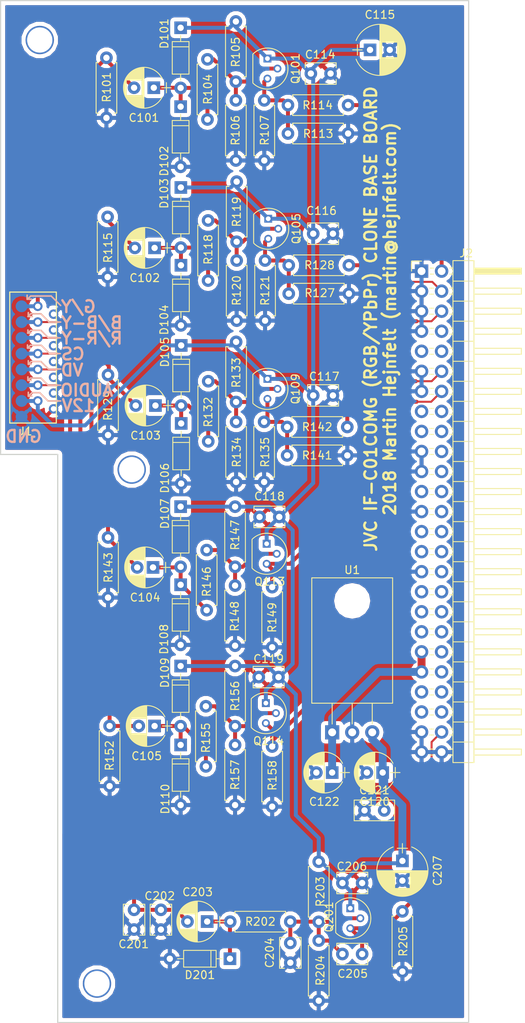
<source format=kicad_pcb>
(kicad_pcb (version 4) (host pcbnew 4.0.7-e2-6376~61~ubuntu18.04.1)
  (layers (0 F.Cu signal) (31 B.Cu signal) (34 B.Paste user hide) (35 F.Paste user hide) (36 B.SilkS user) (37 F.SilkS user) (38 B.Mask user hide) (39 F.Mask user hide) (44 Edge.Cuts user))
  (net 0 "")
  (net 1 "Net-(C101-Pad1)")
  (net 2 "Net-(C102-Pad1)")
  (net 3 "Net-(C103-Pad1)")
  (net 4 "Net-(C104-Pad1)")
  (net 5 "Net-(C105-Pad1)")
  (net 6 /VD)
  (net 7 GND)
  (net 8 +12V)
  (net 9 /VCC+14V)
  (net 10 /AUDIO)
  (net 11 "Net-(C203-Pad1)")
  (net 12 /AUDIO_)
  (net 13 /Y)
  (net 14 /B-Y)
  (net 15 /R-Y)
  (net 16 /HD)
  (net 17 /VD_)
  (net 18 /G/Y)
  (net 19 /B/B-Y)
  (net 20 /R/R-Y)
  (net 21 /HD/CS)
  (net 22 "Net-(C204-Pad2)")
  (net 23 "Net-(Q101-Pad2)")
  (net 24 "Net-(Q105-Pad2)")
  (net 25 "Net-(Q109-Pad2)")
  (net 26 "Net-(Q101-Pad3)")
  (net 27 "Net-(Q105-Pad3)")
  (net 28 "Net-(Q109-Pad3)")
  (net 29 "Net-(Q113-Pad2)")
  (net 30 "Net-(Q114-Pad2)")
  (module Pin_Headers:Pin_Header_Angled_2x25_Pitch2.54mm (layer F.Cu) (at 211.328 64.643)
    (fp_text reference J2 (at 5.655 -2.27) (layer F.SilkS))
    (fp_text value CONN_02X25)
    (pad 1 thru_hole rect (at 0 0) (size 1.7 1.7) (drill 1) (layers *.Cu *.Mask) (net 7 GND))
    (pad 2 thru_hole oval (at 2.54 0) (size 1.7 1.7) (drill 1) (layers *.Cu *.Mask) (net 13 /Y))
    (pad 3 thru_hole oval (at 0 2.54) (size 1.7 1.7) (drill 1) (layers *.Cu *.Mask) (net 7 GND))
    (pad 4 thru_hole oval (at 2.54 2.54) (size 1.7 1.7) (drill 1) (layers *.Cu *.Mask) (net 14 /B-Y))
    (pad 5 thru_hole oval (at 0 5.08) (size 1.7 1.7) (drill 1) (layers *.Cu *.Mask) (net 7 GND))
    (pad 6 thru_hole oval (at 2.54 5.08) (size 1.7 1.7) (drill 1) (layers *.Cu *.Mask) (net 15 /R-Y))
    (pad 7 thru_hole oval (at 0 7.62) (size 1.7 1.7) (drill 1) (layers *.Cu *.Mask) (net 7 GND))
    (pad 8 thru_hole oval (at 2.54 7.62) (size 1.7 1.7) (drill 1) (layers *.Cu *.Mask))
    (pad 9 thru_hole oval (at 0 10.16) (size 1.7 1.7) (drill 1) (layers *.Cu *.Mask))
    (pad 10 thru_hole oval (at 2.54 10.16) (size 1.7 1.7) (drill 1) (layers *.Cu *.Mask))
    (pad 11 thru_hole oval (at 0 12.7) (size 1.7 1.7) (drill 1) (layers *.Cu *.Mask) (net 7 GND))
    (pad 12 thru_hole oval (at 2.54 12.7) (size 1.7 1.7) (drill 1) (layers *.Cu *.Mask) (net 16 /HD))
    (pad 13 thru_hole oval (at 0 15.24) (size 1.7 1.7) (drill 1) (layers *.Cu *.Mask) (net 7 GND))
    (pad 14 thru_hole oval (at 2.54 15.24) (size 1.7 1.7) (drill 1) (layers *.Cu *.Mask) (net 17 /VD_))
    (pad 15 thru_hole oval (at 0 17.78) (size 1.7 1.7) (drill 1) (layers *.Cu *.Mask))
    (pad 16 thru_hole oval (at 2.54 17.78) (size 1.7 1.7) (drill 1) (layers *.Cu *.Mask))
    (pad 17 thru_hole oval (at 0 20.32) (size 1.7 1.7) (drill 1) (layers *.Cu *.Mask))
    (pad 18 thru_hole oval (at 2.54 20.32) (size 1.7 1.7) (drill 1) (layers *.Cu *.Mask))
    (pad 19 thru_hole oval (at 0 22.86) (size 1.7 1.7) (drill 1) (layers *.Cu *.Mask) (net 7 GND))
    (pad 20 thru_hole oval (at 2.54 22.86) (size 1.7 1.7) (drill 1) (layers *.Cu *.Mask))
    (pad 21 thru_hole oval (at 0 25.4) (size 1.7 1.7) (drill 1) (layers *.Cu *.Mask) (net 7 GND))
    (pad 22 thru_hole oval (at 2.54 25.4) (size 1.7 1.7) (drill 1) (layers *.Cu *.Mask))
    (pad 23 thru_hole oval (at 0 27.94) (size 1.7 1.7) (drill 1) (layers *.Cu *.Mask))
    (pad 24 thru_hole oval (at 2.54 27.94) (size 1.7 1.7) (drill 1) (layers *.Cu *.Mask))
    (pad 25 thru_hole oval (at 0 30.48) (size 1.7 1.7) (drill 1) (layers *.Cu *.Mask) (net 7 GND))
    (pad 26 thru_hole oval (at 2.54 30.48) (size 1.7 1.7) (drill 1) (layers *.Cu *.Mask))
    (pad 27 thru_hole oval (at 0 33.02) (size 1.7 1.7) (drill 1) (layers *.Cu *.Mask))
    (pad 28 thru_hole oval (at 2.54 33.02) (size 1.7 1.7) (drill 1) (layers *.Cu *.Mask))
    (pad 29 thru_hole oval (at 0 35.56) (size 1.7 1.7) (drill 1) (layers *.Cu *.Mask))
    (pad 30 thru_hole oval (at 2.54 35.56) (size 1.7 1.7) (drill 1) (layers *.Cu *.Mask))
    (pad 31 thru_hole oval (at 0 38.1) (size 1.7 1.7) (drill 1) (layers *.Cu *.Mask) (net 7 GND))
    (pad 32 thru_hole oval (at 2.54 38.1) (size 1.7 1.7) (drill 1) (layers *.Cu *.Mask))
    (pad 33 thru_hole oval (at 0 40.64) (size 1.7 1.7) (drill 1) (layers *.Cu *.Mask))
    (pad 34 thru_hole oval (at 2.54 40.64) (size 1.7 1.7) (drill 1) (layers *.Cu *.Mask))
    (pad 35 thru_hole oval (at 0 43.18) (size 1.7 1.7) (drill 1) (layers *.Cu *.Mask))
    (pad 36 thru_hole oval (at 2.54 43.18) (size 1.7 1.7) (drill 1) (layers *.Cu *.Mask))
    (pad 37 thru_hole oval (at 0 45.72) (size 1.7 1.7) (drill 1) (layers *.Cu *.Mask))
    (pad 38 thru_hole oval (at 2.54 45.72) (size 1.7 1.7) (drill 1) (layers *.Cu *.Mask))
    (pad 39 thru_hole oval (at 0 48.26) (size 1.7 1.7) (drill 1) (layers *.Cu *.Mask) (net 9 /VCC+14V))
    (pad 40 thru_hole oval (at 2.54 48.26) (size 1.7 1.7) (drill 1) (layers *.Cu *.Mask))
    (pad 41 thru_hole oval (at 0 50.8) (size 1.7 1.7) (drill 1) (layers *.Cu *.Mask) (net 9 /VCC+14V))
    (pad 42 thru_hole oval (at 2.54 50.8) (size 1.7 1.7) (drill 1) (layers *.Cu *.Mask))
    (pad 43 thru_hole oval (at 0 53.34) (size 1.7 1.7) (drill 1) (layers *.Cu *.Mask))
    (pad 44 thru_hole oval (at 2.54 53.34) (size 1.7 1.7) (drill 1) (layers *.Cu *.Mask))
    (pad 45 thru_hole oval (at 0 55.88) (size 1.7 1.7) (drill 1) (layers *.Cu *.Mask))
    (pad 46 thru_hole oval (at 2.54 55.88) (size 1.7 1.7) (drill 1) (layers *.Cu *.Mask))
    (pad 47 thru_hole oval (at 0 58.42) (size 1.7 1.7) (drill 1) (layers *.Cu *.Mask) (net 7 GND))
    (pad 48 thru_hole oval (at 2.54 58.42) (size 1.7 1.7) (drill 1) (layers *.Cu *.Mask) (net 12 /AUDIO_))
    (pad 49 thru_hole oval (at 0 60.96) (size 1.7 1.7) (drill 1) (layers *.Cu *.Mask) (net 7 GND))
    (pad 50 thru_hole oval (at 2.54 60.96) (size 1.7 1.7) (drill 1) (layers *.Cu *.Mask) (net 7 GND))
  )
  (module Mounting_Holes:MountingHole_3.2mm_M3 (layer F.Cu) (at 162.95 35.35)
    (fp_text reference J3 hide)
    (fp_text value TEST_1P)
    (pad "" np_thru_hole circle (at 0 0) (size 3.6 3.6) (drill 3.2) (layers *.Cu *.Mask))
  )
  (module Mounting_Holes:MountingHole_3.2mm_M3 (layer F.Cu) (at 170.2 154.95)
    (fp_text reference J4 hide)
    (fp_text value TEST_1P)
    (pad "" np_thru_hole circle (at 0 0) (size 3.6 3.6) (drill 3.2) (layers *.Cu *.Mask))
  )
  (module Mounting_Holes:MountingHole_3.2mm_M3 (layer F.Cu) (at 174.6 89.8)
    (fp_text reference J5 hide)
    (fp_text value TEST_1P)
    (pad "" np_thru_hole circle (at 0 0) (size 3.6 3.6) (drill 3.2) (layers *.Cu *.Mask))
  )
  (module Measurement_Points:Measurement_Point_Round-SMD-Pad_Small (layer B.Cu) (at 160.65 69.1)
    (fp_text reference J6 hide)
    (fp_text value TEST_Y)
    (pad 1 smd circle (at 0 0) (size 1.5 1.5) (layers B.Cu B.Mask) (net 18 /G/Y))
  )
  (module Measurement_Points:Measurement_Point_Round-SMD-Pad_Small (layer B.Cu) (at 160.65 71.1)
    (fp_text reference J7 hide)
    (fp_text value TEST_B)
    (pad 1 smd circle (at 0 0) (size 1.5 1.5) (layers B.Cu B.Mask) (net 19 /B/B-Y))
  )
  (module Measurement_Points:Measurement_Point_Round-SMD-Pad_Small (layer B.Cu) (at 160.65 73.1)
    (fp_text reference J8 hide)
    (fp_text value TEST_R)
    (pad 1 smd circle (at 0 0) (size 1.5 1.5) (layers B.Cu B.Mask) (net 20 /R/R-Y))
  )
  (module Measurement_Points:Measurement_Point_Round-SMD-Pad_Small (layer B.Cu) (at 160.65 79.1)
    (fp_text reference J9 hide)
    (fp_text value TEST_AUDIO)
    (pad 1 smd circle (at 0 0) (size 1.5 1.5) (layers B.Cu B.Mask) (net 10 /AUDIO))
  )
  (module Measurement_Points:Measurement_Point_Round-SMD-Pad_Small (layer B.Cu) (at 160.65 75.1)
    (fp_text reference J10 hide)
    (fp_text value TEST_CS)
    (pad 1 smd circle (at 0 0) (size 1.5 1.5) (layers B.Cu B.Mask) (net 21 /HD/CS))
  )
  (module Measurement_Points:Measurement_Point_Round-SMD-Pad_Small (layer B.Cu) (at 160.65 77.1)
    (fp_text reference J11 hide)
    (fp_text value TEST_VD)
    (pad 1 smd circle (at 0 0) (size 1.5 1.5) (layers B.Cu B.Mask) (net 6 /VD))
  )
  (module Measurement_Points:Measurement_Point_Round-SMD-Pad_Small (layer B.Cu) (at 160.65 83.1)
    (fp_text reference J12 hide)
    (fp_text value TEST_GND)
    (pad 1 smd circle (at 0 0) (size 1.5 1.5) (layers B.Cu B.Mask) (net 7 GND))
  )
  (module Measurement_Points:Measurement_Point_Round-SMD-Pad_Small (layer B.Cu) (at 160.65 81.1)
    (fp_text reference J13 hide)
    (fp_text value TEST_12V)
    (pad 1 smd circle (at 0 0) (size 1.5 1.5) (layers B.Cu B.Mask) (net 8 +12V))
  )
  (module Capacitors_THT:CP_Radial_D5.0mm_P2.50mm (layer F.Cu) (at 177.4 41.4 180)
    (fp_text reference C101 (at 1.25 -3.81 180) (layer F.SilkS))
    (fp_text value 47uF/25V)
    (pad 1 thru_hole rect (at 0 0 180) (size 1.6 1.6) (drill 0.8) (layers *.Cu *.Mask) (net 1 "Net-(C101-Pad1)"))
    (pad 2 thru_hole circle (at 2.5 0 180) (size 1.6 1.6) (drill 0.8) (layers *.Cu *.Mask) (net 18 /G/Y))
  )
  (module Capacitors_THT:CP_Radial_D5.0mm_P2.50mm (layer F.Cu) (at 177.5 61.7 180)
    (fp_text reference C102 (at 1.25 -3.81 180) (layer F.SilkS))
    (fp_text value 47uF/25V)
    (pad 1 thru_hole rect (at 0 0 180) (size 1.6 1.6) (drill 0.8) (layers *.Cu *.Mask) (net 2 "Net-(C102-Pad1)"))
    (pad 2 thru_hole circle (at 2.5 0 180) (size 1.6 1.6) (drill 0.8) (layers *.Cu *.Mask) (net 19 /B/B-Y))
  )
  (module Capacitors_THT:CP_Radial_D5.0mm_P2.50mm (layer F.Cu) (at 177.61 81.68 180)
    (fp_text reference C103 (at 1.25 -3.81 180) (layer F.SilkS))
    (fp_text value 47uF/25V)
    (pad 1 thru_hole rect (at 0 0 180) (size 1.6 1.6) (drill 0.8) (layers *.Cu *.Mask) (net 3 "Net-(C103-Pad1)"))
    (pad 2 thru_hole circle (at 2.5 0 180) (size 1.6 1.6) (drill 0.8) (layers *.Cu *.Mask) (net 20 /R/R-Y))
  )
  (module Capacitors_THT:CP_Radial_D5.0mm_P2.50mm (layer F.Cu) (at 184.164 147.086 180)
    (fp_text reference C203 (at 1.214 3.736 180) (layer F.SilkS))
    (fp_text value 1uF/50V)
    (pad 1 thru_hole rect (at 0 0 180) (size 1.6 1.6) (drill 0.8) (layers *.Cu *.Mask) (net 11 "Net-(C203-Pad1)"))
    (pad 2 thru_hole circle (at 2.5 0 180) (size 1.6 1.6) (drill 0.8) (layers *.Cu *.Mask) (net 10 /AUDIO))
  )
  (module Resistors_THT:R_Axial_DIN0207_L6.3mm_D2.5mm_P7.62mm_Horizontal (layer F.Cu) (at 171.4 37.6 270)
    (fp_text reference R101 (at 3.735 -0.03 270) (layer F.SilkS))
    (fp_text value 75)
    (pad 1 thru_hole circle (at 0 0 270) (size 1.6 1.6) (drill 0.8) (layers *.Cu *.Mask) (net 18 /G/Y))
    (pad 2 thru_hole oval (at 7.62 0 270) (size 1.6 1.6) (drill 0.8) (layers *.Cu *.Mask) (net 7 GND))
  )
  (module Resistors_THT:R_Axial_DIN0207_L6.3mm_D2.5mm_P7.62mm_Horizontal (layer F.Cu) (at 184.2 37.8 270)
    (fp_text reference R104 (at 3.8 -0.05 270) (layer F.SilkS))
    (fp_text value 100)
    (pad 1 thru_hole circle (at 0 0 270) (size 1.6 1.6) (drill 0.8) (layers *.Cu *.Mask) (net 23 "Net-(Q101-Pad2)"))
    (pad 2 thru_hole oval (at 7.62 0 270) (size 1.6 1.6) (drill 0.8) (layers *.Cu *.Mask) (net 1 "Net-(C101-Pad1)"))
  )
  (module Resistors_THT:R_Axial_DIN0207_L6.3mm_D2.5mm_P7.62mm_Horizontal (layer F.Cu) (at 187.8 33 270)
    (fp_text reference R105 (at 3.88 0.02 270) (layer F.SilkS))
    (fp_text value 56k)
    (pad 1 thru_hole circle (at 0 0 270) (size 1.6 1.6) (drill 0.8) (layers *.Cu *.Mask) (net 8 +12V))
    (pad 2 thru_hole oval (at 7.62 0 270) (size 1.6 1.6) (drill 0.8) (layers *.Cu *.Mask) (net 23 "Net-(Q101-Pad2)"))
  )
  (module Resistors_THT:R_Axial_DIN0207_L6.3mm_D2.5mm_P7.62mm_Horizontal (layer F.Cu) (at 187.8 43 270)
    (fp_text reference R106 (at 3.8 0.05 270) (layer F.SilkS))
    (fp_text value 33k)
    (pad 1 thru_hole circle (at 0 0 270) (size 1.6 1.6) (drill 0.8) (layers *.Cu *.Mask) (net 23 "Net-(Q101-Pad2)"))
    (pad 2 thru_hole oval (at 7.62 0 270) (size 1.6 1.6) (drill 0.8) (layers *.Cu *.Mask) (net 7 GND))
  )
  (module Resistors_THT:R_Axial_DIN0207_L6.3mm_D2.5mm_P7.62mm_Horizontal (layer F.Cu) (at 191.4 43 270)
    (fp_text reference R107 (at 3.8 -0.05 270) (layer F.SilkS))
    (fp_text value 1.5k)
    (pad 1 thru_hole circle (at 0 0 270) (size 1.6 1.6) (drill 0.8) (layers *.Cu *.Mask) (net 26 "Net-(Q101-Pad3)"))
    (pad 2 thru_hole oval (at 7.62 0 270) (size 1.6 1.6) (drill 0.8) (layers *.Cu *.Mask) (net 7 GND))
  )
  (module Resistors_THT:R_Axial_DIN0207_L6.3mm_D2.5mm_P7.62mm_Horizontal (layer F.Cu) (at 194.4 47.2)
    (fp_text reference R113 (at 3.83 0.035) (layer F.SilkS))
    (fp_text value 390)
    (pad 1 thru_hole circle (at 0 0) (size 1.6 1.6) (drill 0.8) (layers *.Cu *.Mask) (net 26 "Net-(Q101-Pad3)"))
    (pad 2 thru_hole oval (at 7.62 0) (size 1.6 1.6) (drill 0.8) (layers *.Cu *.Mask) (net 7 GND))
  )
  (module Resistors_THT:R_Axial_DIN0207_L6.3mm_D2.5mm_P7.62mm_Horizontal (layer F.Cu) (at 194.4 43.6)
    (fp_text reference R114 (at 3.76 0.015) (layer F.SilkS))
    (fp_text value 100)
    (pad 1 thru_hole circle (at 0 0) (size 1.6 1.6) (drill 0.8) (layers *.Cu *.Mask) (net 26 "Net-(Q101-Pad3)"))
    (pad 2 thru_hole oval (at 7.62 0) (size 1.6 1.6) (drill 0.8) (layers *.Cu *.Mask) (net 13 /Y))
  )
  (module Resistors_THT:R_Axial_DIN0207_L6.3mm_D2.5mm_P7.62mm_Horizontal (layer F.Cu) (at 171.55 57.77 270)
    (fp_text reference R115 (at 3.915 -0.05 270) (layer F.SilkS))
    (fp_text value 75)
    (pad 1 thru_hole circle (at 0 0 270) (size 1.6 1.6) (drill 0.8) (layers *.Cu *.Mask) (net 19 /B/B-Y))
    (pad 2 thru_hole oval (at 7.62 0 270) (size 1.6 1.6) (drill 0.8) (layers *.Cu *.Mask) (net 7 GND))
  )
  (module Resistors_THT:R_Axial_DIN0207_L6.3mm_D2.5mm_P7.62mm_Horizontal (layer F.Cu) (at 184.28 58.22 270)
    (fp_text reference R118 (at 3.68 -0.02 270) (layer F.SilkS))
    (fp_text value 100)
    (pad 1 thru_hole circle (at 0 0 270) (size 1.6 1.6) (drill 0.8) (layers *.Cu *.Mask) (net 24 "Net-(Q105-Pad2)"))
    (pad 2 thru_hole oval (at 7.62 0 270) (size 1.6 1.6) (drill 0.8) (layers *.Cu *.Mask) (net 2 "Net-(C102-Pad1)"))
  )
  (module Resistors_THT:R_Axial_DIN0207_L6.3mm_D2.5mm_P7.62mm_Horizontal (layer F.Cu) (at 187.9 53.3 270)
    (fp_text reference R119 (at 3.83 0 270) (layer F.SilkS))
    (fp_text value 56k)
    (pad 1 thru_hole circle (at 0 0 270) (size 1.6 1.6) (drill 0.8) (layers *.Cu *.Mask) (net 8 +12V))
    (pad 2 thru_hole oval (at 7.62 0 270) (size 1.6 1.6) (drill 0.8) (layers *.Cu *.Mask) (net 24 "Net-(Q105-Pad2)"))
  )
  (module Resistors_THT:R_Axial_DIN0207_L6.3mm_D2.5mm_P7.62mm_Horizontal (layer F.Cu) (at 187.9 63.3 270)
    (fp_text reference R120 (at 3.8 0 270) (layer F.SilkS))
    (fp_text value 33k)
    (pad 1 thru_hole circle (at 0 0 270) (size 1.6 1.6) (drill 0.8) (layers *.Cu *.Mask) (net 24 "Net-(Q105-Pad2)"))
    (pad 2 thru_hole oval (at 7.62 0 270) (size 1.6 1.6) (drill 0.8) (layers *.Cu *.Mask) (net 7 GND))
  )
  (module Resistors_THT:R_Axial_DIN0207_L6.3mm_D2.5mm_P7.62mm_Horizontal (layer F.Cu) (at 191.5 63.3 270)
    (fp_text reference R121 (at 3.8 0 270) (layer F.SilkS))
    (fp_text value 1.5k)
    (pad 1 thru_hole circle (at 0 0 270) (size 1.6 1.6) (drill 0.8) (layers *.Cu *.Mask) (net 27 "Net-(Q105-Pad3)"))
    (pad 2 thru_hole oval (at 7.62 0 270) (size 1.6 1.6) (drill 0.8) (layers *.Cu *.Mask) (net 7 GND))
  )
  (module Resistors_THT:R_Axial_DIN0207_L6.3mm_D2.5mm_P7.62mm_Horizontal (layer F.Cu) (at 194.5 67.5)
    (fp_text reference R127 (at 3.928 -0.078) (layer F.SilkS))
    (fp_text value 390)
    (pad 1 thru_hole circle (at 0 0) (size 1.6 1.6) (drill 0.8) (layers *.Cu *.Mask) (net 27 "Net-(Q105-Pad3)"))
    (pad 2 thru_hole oval (at 7.62 0) (size 1.6 1.6) (drill 0.8) (layers *.Cu *.Mask) (net 7 GND))
  )
  (module Resistors_THT:R_Axial_DIN0207_L6.3mm_D2.5mm_P7.62mm_Horizontal (layer F.Cu) (at 194.5 63.9)
    (fp_text reference R128 (at 3.895 -0.015) (layer F.SilkS))
    (fp_text value 100)
    (pad 1 thru_hole circle (at 0 0) (size 1.6 1.6) (drill 0.8) (layers *.Cu *.Mask) (net 27 "Net-(Q105-Pad3)"))
    (pad 2 thru_hole oval (at 7.62 0) (size 1.6 1.6) (drill 0.8) (layers *.Cu *.Mask) (net 14 /B-Y))
  )
  (module Resistors_THT:R_Axial_DIN0207_L6.3mm_D2.5mm_P7.62mm_Horizontal (layer F.Cu) (at 171.6 77.8 270)
    (fp_text reference R129 (at 3.88 0.01 270) (layer F.SilkS))
    (fp_text value 75)
    (pad 1 thru_hole circle (at 0 0 270) (size 1.6 1.6) (drill 0.8) (layers *.Cu *.Mask) (net 20 /R/R-Y))
    (pad 2 thru_hole oval (at 7.62 0 270) (size 1.6 1.6) (drill 0.8) (layers *.Cu *.Mask) (net 7 GND))
  )
  (module Resistors_THT:R_Axial_DIN0207_L6.3mm_D2.5mm_P7.62mm_Horizontal (layer F.Cu) (at 184.3 78.6 270)
    (fp_text reference R132 (at 3.91 0 270) (layer F.SilkS))
    (fp_text value 100)
    (pad 1 thru_hole circle (at 0 0 270) (size 1.6 1.6) (drill 0.8) (layers *.Cu *.Mask) (net 25 "Net-(Q109-Pad2)"))
    (pad 2 thru_hole oval (at 7.62 0 270) (size 1.6 1.6) (drill 0.8) (layers *.Cu *.Mask) (net 3 "Net-(C103-Pad1)"))
  )
  (module Resistors_THT:R_Axial_DIN0207_L6.3mm_D2.5mm_P7.62mm_Horizontal (layer F.Cu) (at 187.83 73.61 270)
    (fp_text reference R133 (at 3.91 -0.02 270) (layer F.SilkS))
    (fp_text value 56k)
    (pad 1 thru_hole circle (at 0 0 270) (size 1.6 1.6) (drill 0.8) (layers *.Cu *.Mask) (net 8 +12V))
    (pad 2 thru_hole oval (at 7.62 0 270) (size 1.6 1.6) (drill 0.8) (layers *.Cu *.Mask) (net 25 "Net-(Q109-Pad2)"))
  )
  (module Resistors_THT:R_Axial_DIN0207_L6.3mm_D2.5mm_P7.62mm_Horizontal (layer F.Cu) (at 187.83 83.75 270)
    (fp_text reference R134 (at 3.85 -0.07 270) (layer F.SilkS))
    (fp_text value 33k)
    (pad 1 thru_hole circle (at 0 0 270) (size 1.6 1.6) (drill 0.8) (layers *.Cu *.Mask) (net 25 "Net-(Q109-Pad2)"))
    (pad 2 thru_hole oval (at 7.62 0 270) (size 1.6 1.6) (drill 0.8) (layers *.Cu *.Mask) (net 7 GND))
  )
  (module Resistors_THT:R_Axial_DIN0207_L6.3mm_D2.5mm_P7.62mm_Horizontal (layer F.Cu) (at 191.38 83.75 270)
    (fp_text reference R135 (at 3.85 -0.12 270) (layer F.SilkS))
    (fp_text value 1.5k)
    (pad 1 thru_hole circle (at 0 0 270) (size 1.6 1.6) (drill 0.8) (layers *.Cu *.Mask) (net 28 "Net-(Q109-Pad3)"))
    (pad 2 thru_hole oval (at 7.62 0 270) (size 1.6 1.6) (drill 0.8) (layers *.Cu *.Mask) (net 7 GND))
  )
  (module Resistors_THT:R_Axial_DIN0207_L6.3mm_D2.5mm_P7.62mm_Horizontal (layer F.Cu) (at 194.3 88)
    (fp_text reference R141 (at 3.8 0) (layer F.SilkS))
    (fp_text value 390)
    (pad 1 thru_hole circle (at 0 0) (size 1.6 1.6) (drill 0.8) (layers *.Cu *.Mask) (net 28 "Net-(Q109-Pad3)"))
    (pad 2 thru_hole oval (at 7.62 0) (size 1.6 1.6) (drill 0.8) (layers *.Cu *.Mask) (net 7 GND))
  )
  (module Resistors_THT:R_Axial_DIN0207_L6.3mm_D2.5mm_P7.62mm_Horizontal (layer F.Cu) (at 194.3 84.4)
    (fp_text reference R142 (at 3.8 0) (layer F.SilkS))
    (fp_text value 100)
    (pad 1 thru_hole circle (at 0 0) (size 1.6 1.6) (drill 0.8) (layers *.Cu *.Mask) (net 28 "Net-(Q109-Pad3)"))
    (pad 2 thru_hole oval (at 7.62 0) (size 1.6 1.6) (drill 0.8) (layers *.Cu *.Mask) (net 15 /R-Y))
  )
  (module Resistors_THT:R_Axial_DIN0207_L6.3mm_D2.5mm_P7.62mm_Horizontal (layer F.Cu) (at 171.6 98.4 270)
    (fp_text reference R143 (at 3.821 -0.04 270) (layer F.SilkS))
    (fp_text value 75)
    (pad 1 thru_hole circle (at 0 0 270) (size 1.6 1.6) (drill 0.8) (layers *.Cu *.Mask) (net 21 /HD/CS))
    (pad 2 thru_hole oval (at 7.62 0 270) (size 1.6 1.6) (drill 0.8) (layers *.Cu *.Mask) (net 7 GND))
  )
  (module Resistors_THT:R_Axial_DIN0207_L6.3mm_D2.5mm_P7.62mm_Horizontal (layer F.Cu) (at 184.1 100 270)
    (fp_text reference R146 (at 4 0 270) (layer F.SilkS))
    (fp_text value 100)
    (pad 1 thru_hole circle (at 0 0 270) (size 1.6 1.6) (drill 0.8) (layers *.Cu *.Mask) (net 29 "Net-(Q113-Pad2)"))
    (pad 2 thru_hole oval (at 7.62 0 270) (size 1.6 1.6) (drill 0.8) (layers *.Cu *.Mask) (net 4 "Net-(C104-Pad1)"))
  )
  (module Resistors_THT:R_Axial_DIN0207_L6.3mm_D2.5mm_P7.62mm_Horizontal (layer F.Cu) (at 187.7 94.5 270)
    (fp_text reference R147 (at 3.6 0 270) (layer F.SilkS))
    (fp_text value 33k)
    (pad 1 thru_hole circle (at 0 0 270) (size 1.6 1.6) (drill 0.8) (layers *.Cu *.Mask) (net 8 +12V))
    (pad 2 thru_hole oval (at 7.62 0 270) (size 1.6 1.6) (drill 0.8) (layers *.Cu *.Mask) (net 29 "Net-(Q113-Pad2)"))
  )
  (module Resistors_THT:R_Axial_DIN0207_L6.3mm_D2.5mm_P7.62mm_Horizontal (layer F.Cu) (at 187.7 104.5 270)
    (fp_text reference R148 (at 3.9 0.05 270) (layer F.SilkS))
    (fp_text value 33k)
    (pad 1 thru_hole circle (at 0 0 270) (size 1.6 1.6) (drill 0.8) (layers *.Cu *.Mask) (net 29 "Net-(Q113-Pad2)"))
    (pad 2 thru_hole oval (at 7.62 0 270) (size 1.6 1.6) (drill 0.8) (layers *.Cu *.Mask) (net 7 GND))
  )
  (module Resistors_THT:R_Axial_DIN0207_L6.3mm_D2.5mm_P7.62mm_Horizontal (layer F.Cu) (at 192.4 104.7 270)
    (fp_text reference R149 (at 3.85 0 270) (layer F.SilkS))
    (fp_text value 2.7k)
    (pad 1 thru_hole circle (at 0 0 270) (size 1.6 1.6) (drill 0.8) (layers *.Cu *.Mask) (net 16 /HD))
    (pad 2 thru_hole oval (at 7.62 0 270) (size 1.6 1.6) (drill 0.8) (layers *.Cu *.Mask) (net 7 GND))
  )
  (module Resistors_THT:R_Axial_DIN0207_L6.3mm_D2.5mm_P7.62mm_Horizontal (layer F.Cu) (at 171.8 122.3 270)
    (fp_text reference R152 (at 3.75 0 270) (layer F.SilkS))
    (fp_text value 75)
    (pad 1 thru_hole circle (at 0 0 270) (size 1.6 1.6) (drill 0.8) (layers *.Cu *.Mask) (net 6 /VD))
    (pad 2 thru_hole oval (at 7.62 0 270) (size 1.6 1.6) (drill 0.8) (layers *.Cu *.Mask) (net 7 GND))
  )
  (module Resistors_THT:R_Axial_DIN0207_L6.3mm_D2.5mm_P7.62mm_Horizontal (layer F.Cu) (at 184 119.8 270)
    (fp_text reference R155 (at 4 0 270) (layer F.SilkS))
    (fp_text value 100)
    (pad 1 thru_hole circle (at 0 0 270) (size 1.6 1.6) (drill 0.8) (layers *.Cu *.Mask) (net 30 "Net-(Q114-Pad2)"))
    (pad 2 thru_hole oval (at 7.62 0 270) (size 1.6 1.6) (drill 0.8) (layers *.Cu *.Mask) (net 5 "Net-(C105-Pad1)"))
  )
  (module Resistors_THT:R_Axial_DIN0207_L6.3mm_D2.5mm_P7.62mm_Horizontal (layer F.Cu) (at 187.7 114.7 270)
    (fp_text reference R156 (at 3.8 0 270) (layer F.SilkS))
    (fp_text value 33k)
    (pad 1 thru_hole circle (at 0 0 270) (size 1.6 1.6) (drill 0.8) (layers *.Cu *.Mask) (net 8 +12V))
    (pad 2 thru_hole oval (at 7.62 0 270) (size 1.6 1.6) (drill 0.8) (layers *.Cu *.Mask) (net 30 "Net-(Q114-Pad2)"))
  )
  (module Resistors_THT:R_Axial_DIN0207_L6.3mm_D2.5mm_P7.62mm_Horizontal (layer F.Cu) (at 187.7 124.7 270)
    (fp_text reference R157 (at 3.8 0 270) (layer F.SilkS))
    (fp_text value 33k)
    (pad 1 thru_hole circle (at 0 0 270) (size 1.6 1.6) (drill 0.8) (layers *.Cu *.Mask) (net 30 "Net-(Q114-Pad2)"))
    (pad 2 thru_hole oval (at 7.62 0 270) (size 1.6 1.6) (drill 0.8) (layers *.Cu *.Mask) (net 7 GND))
  )
  (module Resistors_THT:R_Axial_DIN0207_L6.3mm_D2.5mm_P7.62mm_Horizontal (layer F.Cu) (at 192.4 124.9 270)
    (fp_text reference R158 (at 3.67 -0.029 270) (layer F.SilkS))
    (fp_text value 2.7k)
    (pad 1 thru_hole circle (at 0 0 270) (size 1.6 1.6) (drill 0.8) (layers *.Cu *.Mask) (net 17 /VD_))
    (pad 2 thru_hole oval (at 7.62 0 270) (size 1.6 1.6) (drill 0.8) (layers *.Cu *.Mask) (net 7 GND))
  )
  (module Resistors_THT:R_Axial_DIN0207_L6.3mm_D2.5mm_P7.62mm_Horizontal (layer F.Cu) (at 194.7 147.1 180)
    (fp_text reference R202 (at 3.8 0 180) (layer F.SilkS))
    (fp_text value 1K)
    (pad 1 thru_hole circle (at 0 0 180) (size 1.6 1.6) (drill 0.8) (layers *.Cu *.Mask) (net 22 "Net-(C204-Pad2)"))
    (pad 2 thru_hole oval (at 7.62 0 180) (size 1.6 1.6) (drill 0.8) (layers *.Cu *.Mask) (net 11 "Net-(C203-Pad1)"))
  )
  (module Resistors_THT:R_Axial_DIN0207_L6.3mm_D2.5mm_P7.62mm_Horizontal (layer F.Cu) (at 198.3 139.5 270)
    (fp_text reference R203 (at 3.8 -0.2 270) (layer F.SilkS))
    (fp_text value 56K)
    (pad 1 thru_hole circle (at 0 0 270) (size 1.6 1.6) (drill 0.8) (layers *.Cu *.Mask) (net 8 +12V))
    (pad 2 thru_hole oval (at 7.62 0 270) (size 1.6 1.6) (drill 0.8) (layers *.Cu *.Mask) (net 22 "Net-(C204-Pad2)"))
  )
  (module Resistors_THT:R_Axial_DIN0207_L6.3mm_D2.5mm_P7.62mm_Horizontal (layer F.Cu) (at 198.3 149.5 270)
    (fp_text reference R204 (at 3.8 -0.2 270) (layer F.SilkS))
    (fp_text value 68K)
    (pad 1 thru_hole circle (at 0 0 270) (size 1.6 1.6) (drill 0.8) (layers *.Cu *.Mask) (net 22 "Net-(C204-Pad2)"))
    (pad 2 thru_hole oval (at 7.62 0 270) (size 1.6 1.6) (drill 0.8) (layers *.Cu *.Mask) (net 7 GND))
  )
  (module Resistors_THT:R_Axial_DIN0207_L6.3mm_D2.5mm_P7.62mm_Horizontal (layer F.Cu) (at 208.9 145.8 270)
    (fp_text reference R205 (at 3.8 -0.1 270) (layer F.SilkS))
    (fp_text value 2.7K)
    (pad 1 thru_hole circle (at 0 0 270) (size 1.6 1.6) (drill 0.8) (layers *.Cu *.Mask) (net 12 /AUDIO_))
    (pad 2 thru_hole oval (at 7.62 0 270) (size 1.6 1.6) (drill 0.8) (layers *.Cu *.Mask) (net 7 GND))
  )
  (module Capacitors_THT:CP_Radial_D5.0mm_P2.00mm (layer F.Cu) (at 177.3 102.2 180)
    (fp_text reference C104 (at 1 -3.81 180) (layer F.SilkS))
    (fp_text value 10uF/50V)
    (pad 1 thru_hole rect (at 0 0 180) (size 1.6 1.6) (drill 0.8) (layers *.Cu *.Mask) (net 4 "Net-(C104-Pad1)"))
    (pad 2 thru_hole circle (at 2 0 180) (size 1.6 1.6) (drill 0.8) (layers *.Cu *.Mask) (net 21 /HD/CS))
  )
  (module Capacitors_THT:CP_Radial_D5.0mm_P2.00mm (layer F.Cu) (at 177.5 122.3 180)
    (fp_text reference C105 (at 1 -3.81 180) (layer F.SilkS))
    (fp_text value 10uF/50V)
    (pad 1 thru_hole rect (at 0 0 180) (size 1.6 1.6) (drill 0.8) (layers *.Cu *.Mask) (net 5 "Net-(C105-Pad1)"))
    (pad 2 thru_hole circle (at 2 0 180) (size 1.6 1.6) (drill 0.8) (layers *.Cu *.Mask) (net 6 /VD))
  )
  (module Capacitors_THT:C_Disc_D3.8mm_W2.6mm_P2.50mm (layer F.Cu) (at 199.8 39.6 180)
    (fp_text reference C114 (at 1.315 2.405 180) (layer F.SilkS))
    (fp_text value 100nF)
    (pad 1 thru_hole circle (at 0 0 180) (size 1.6 1.6) (drill 0.8) (layers *.Cu *.Mask) (net 7 GND))
    (pad 2 thru_hole circle (at 2.5 0 180) (size 1.6 1.6) (drill 0.8) (layers *.Cu *.Mask) (net 8 +12V))
  )
  (module Capacitors_THT:CP_Radial_D6.3mm_P2.50mm (layer F.Cu) (at 204.8 36.6)
    (fp_text reference C115 (at 1.25 -4.46) (layer F.SilkS))
    (fp_text value 100uF/16V)
    (pad 1 thru_hole rect (at 0 0) (size 1.6 1.6) (drill 0.8) (layers *.Cu *.Mask) (net 8 +12V))
    (pad 2 thru_hole circle (at 2.5 0) (size 1.6 1.6) (drill 0.8) (layers *.Cu *.Mask) (net 7 GND))
  )
  (module Capacitors_THT:C_Disc_D3.8mm_W2.6mm_P2.50mm (layer F.Cu) (at 200.1 59.9 180)
    (fp_text reference C116 (at 1.4445 2.904 180) (layer F.SilkS))
    (fp_text value 100nF)
    (pad 1 thru_hole circle (at 0 0 180) (size 1.6 1.6) (drill 0.8) (layers *.Cu *.Mask) (net 7 GND))
    (pad 2 thru_hole circle (at 2.5 0 180) (size 1.6 1.6) (drill 0.8) (layers *.Cu *.Mask) (net 8 +12V))
  )
  (module Capacitors_THT:C_Disc_D3.8mm_W2.6mm_P2.50mm (layer F.Cu) (at 200.1 80.4 180)
    (fp_text reference C117 (at 1.1 2.4 180) (layer F.SilkS))
    (fp_text value 100nF)
    (pad 1 thru_hole circle (at 0 0 180) (size 1.6 1.6) (drill 0.8) (layers *.Cu *.Mask) (net 7 GND))
    (pad 2 thru_hole circle (at 2.5 0 180) (size 1.6 1.6) (drill 0.8) (layers *.Cu *.Mask) (net 8 +12V))
  )
  (module Capacitors_THT:C_Disc_D3.8mm_W2.6mm_P2.50mm (layer F.Cu) (at 190.8 95.8)
    (fp_text reference C118 (at 1.25 -2.61) (layer F.SilkS))
    (fp_text value 100nF)
    (pad 1 thru_hole circle (at 0 0) (size 1.6 1.6) (drill 0.8) (layers *.Cu *.Mask) (net 7 GND))
    (pad 2 thru_hole circle (at 2.5 0) (size 1.6 1.6) (drill 0.8) (layers *.Cu *.Mask) (net 8 +12V))
  )
  (module Capacitors_THT:C_Disc_D3.8mm_W2.6mm_P2.50mm (layer F.Cu) (at 190.7 116.1)
    (fp_text reference C119 (at 1.25 -2.3) (layer F.SilkS))
    (fp_text value 100nF)
    (pad 1 thru_hole circle (at 0 0) (size 1.6 1.6) (drill 0.8) (layers *.Cu *.Mask) (net 7 GND))
    (pad 2 thru_hole circle (at 2.5 0) (size 1.6 1.6) (drill 0.8) (layers *.Cu *.Mask) (net 8 +12V))
  )
  (module Capacitors_THT:CP_Radial_D5.0mm_P2.00mm (layer F.Cu) (at 206.4 128.2 180)
    (fp_text reference C120 (at 1 -3.7 360) (layer F.SilkS))
    (fp_text value 10uF/25V)
    (pad 1 thru_hole rect (at 0 0 180) (size 1.6 1.6) (drill 0.8) (layers *.Cu *.Mask) (net 8 +12V))
    (pad 2 thru_hole circle (at 2 0 180) (size 1.6 1.6) (drill 0.8) (layers *.Cu *.Mask) (net 7 GND))
  )
  (module Capacitors_THT:CP_Radial_D5.0mm_P2.00mm (layer F.Cu) (at 200 128.2 180)
    (fp_text reference C122 (at 1 -3.7 360) (layer F.SilkS))
    (fp_text value 10uF/25V)
    (pad 1 thru_hole rect (at 0 0 180) (size 1.6 1.6) (drill 0.8) (layers *.Cu *.Mask) (net 9 /VCC+14V))
    (pad 2 thru_hole circle (at 2 0 180) (size 1.6 1.6) (drill 0.8) (layers *.Cu *.Mask) (net 7 GND))
  )
  (module Capacitors_THT:C_Disc_D3.8mm_W2.6mm_P2.50mm (layer F.Cu) (at 203.8 142.2 180)
    (fp_text reference C206 (at 1.3 2.1 180) (layer F.SilkS))
    (fp_text value 100nF)
    (pad 1 thru_hole circle (at 0 0 180) (size 1.6 1.6) (drill 0.8) (layers *.Cu *.Mask) (net 7 GND))
    (pad 2 thru_hole circle (at 2.5 0 180) (size 1.6 1.6) (drill 0.8) (layers *.Cu *.Mask) (net 8 +12V))
  )
  (module Capacitors_THT:CP_Radial_D6.3mm_P2.50mm (layer F.Cu) (at 208.9 139.4 270)
    (fp_text reference C207 (at 1.25 -4.46 270) (layer F.SilkS))
    (fp_text value 100uF/16V)
    (pad 1 thru_hole rect (at 0 0 270) (size 1.6 1.6) (drill 0.8) (layers *.Cu *.Mask) (net 8 +12V))
    (pad 2 thru_hole circle (at 2.5 0 270) (size 1.6 1.6) (drill 0.8) (layers *.Cu *.Mask) (net 7 GND))
  )
  (module Capacitors_THT:C_Disc_D3.8mm_W2.6mm_P2.50mm (layer F.Cu) (at 174.9 148.1 90)
    (fp_text reference C201 (at -1.85 -0.05 180) (layer F.SilkS))
    (fp_text value 180pF)
    (pad 1 thru_hole circle (at 0 0 90) (size 1.6 1.6) (drill 0.8) (layers *.Cu *.Mask) (net 7 GND))
    (pad 2 thru_hole circle (at 2.5 0 90) (size 1.6 1.6) (drill 0.8) (layers *.Cu *.Mask) (net 10 /AUDIO))
  )
  (module Capacitors_THT:C_Disc_D3.8mm_W2.6mm_P2.50mm (layer F.Cu) (at 178.3 148.1 90)
    (fp_text reference C202 (at 4.25 -0.15 180) (layer F.SilkS))
    (fp_text value 180pF)
    (pad 1 thru_hole circle (at 0 0 90) (size 1.6 1.6) (drill 0.8) (layers *.Cu *.Mask) (net 7 GND))
    (pad 2 thru_hole circle (at 2.5 0 90) (size 1.6 1.6) (drill 0.8) (layers *.Cu *.Mask) (net 10 /AUDIO))
  )
  (module Capacitors_THT:C_Disc_D3.8mm_W2.6mm_P2.50mm (layer F.Cu) (at 194.7 152.3 90)
    (fp_text reference C204 (at 1.25 -2.61 90) (layer F.SilkS))
    (fp_text value 39pF)
    (pad 1 thru_hole circle (at 0 0 90) (size 1.6 1.6) (drill 0.8) (layers *.Cu *.Mask) (net 7 GND))
    (pad 2 thru_hole circle (at 2.5 0 90) (size 1.6 1.6) (drill 0.8) (layers *.Cu *.Mask) (net 22 "Net-(C204-Pad2)"))
  )
  (module Capacitors_THT:C_Disc_D3.8mm_W2.6mm_P2.50mm (layer F.Cu) (at 203.8 151.2 180)
    (fp_text reference C205 (at 1.2 -2.5 180) (layer F.SilkS))
    (fp_text value 180pF)
    (pad 1 thru_hole circle (at 0 0 180) (size 1.6 1.6) (drill 0.8) (layers *.Cu *.Mask) (net 12 /AUDIO_))
    (pad 2 thru_hole circle (at 2.5 0 180) (size 1.6 1.6) (drill 0.8) (layers *.Cu *.Mask) (net 22 "Net-(C204-Pad2)"))
  )
  (module TO_SOT_Packages_THT:TO-92_Molded_Narrow (layer F.Cu) (at 191.8 37.7 270)
    (fp_text reference Q101 (at 1.27 -3.56 270) (layer F.SilkS))
    (fp_text value BC550)
    (pad 2 thru_hole circle (at 1.27 -1.27) (size 1 1) (drill 0.6) (layers *.Cu *.Mask) (net 23 "Net-(Q101-Pad2)"))
    (pad 3 thru_hole circle (at 2.54 0) (size 1 1) (drill 0.6) (layers *.Cu *.Mask) (net 26 "Net-(Q101-Pad3)"))
    (pad 1 thru_hole rect (at 0 0) (size 1 1) (drill 0.6) (layers *.Cu *.Mask) (net 8 +12V))
  )
  (module TO_SOT_Packages_THT:TO-92_Molded_Narrow (layer F.Cu) (at 191.9 58 270)
    (fp_text reference Q105 (at 1.27 -3.56 270) (layer F.SilkS))
    (fp_text value BC550)
    (pad 2 thru_hole circle (at 1.27 -1.27) (size 1 1) (drill 0.6) (layers *.Cu *.Mask) (net 24 "Net-(Q105-Pad2)"))
    (pad 3 thru_hole circle (at 2.54 0) (size 1 1) (drill 0.6) (layers *.Cu *.Mask) (net 27 "Net-(Q105-Pad3)"))
    (pad 1 thru_hole rect (at 0 0) (size 1 1) (drill 0.6) (layers *.Cu *.Mask) (net 8 +12V))
  )
  (module TO_SOT_Packages_THT:TO-92_Molded_Narrow (layer F.Cu) (at 191.8 78.3 270)
    (fp_text reference Q109 (at 1.27 -3.56 270) (layer F.SilkS))
    (fp_text value BC550)
    (pad 2 thru_hole circle (at 1.27 -1.27) (size 1 1) (drill 0.6) (layers *.Cu *.Mask) (net 25 "Net-(Q109-Pad2)"))
    (pad 3 thru_hole circle (at 2.54 0) (size 1 1) (drill 0.6) (layers *.Cu *.Mask) (net 28 "Net-(Q109-Pad3)"))
    (pad 1 thru_hole rect (at 0 0) (size 1 1) (drill 0.6) (layers *.Cu *.Mask) (net 8 +12V))
  )
  (module TO_SOT_Packages_THT:TO-92_Molded_Narrow (layer F.Cu) (at 191.7 99.2 270)
    (fp_text reference Q113 (at 4.8 -0.4 360) (layer F.SilkS))
    (fp_text value BC550)
    (pad 2 thru_hole circle (at 1.27 -1.27) (size 1 1) (drill 0.6) (layers *.Cu *.Mask) (net 29 "Net-(Q113-Pad2)"))
    (pad 3 thru_hole circle (at 2.54 0) (size 1 1) (drill 0.6) (layers *.Cu *.Mask) (net 16 /HD))
    (pad 1 thru_hole rect (at 0 0) (size 1 1) (drill 0.6) (layers *.Cu *.Mask) (net 8 +12V))
  )
  (module TO_SOT_Packages_THT:TO-92_Molded_Narrow (layer F.Cu) (at 191.6 119.4 270)
    (fp_text reference Q114 (at 4.8 -0.35 360) (layer F.SilkS))
    (fp_text value BC550)
    (pad 2 thru_hole circle (at 1.27 -1.27) (size 1 1) (drill 0.6) (layers *.Cu *.Mask) (net 30 "Net-(Q114-Pad2)"))
    (pad 3 thru_hole circle (at 2.54 0) (size 1 1) (drill 0.6) (layers *.Cu *.Mask) (net 17 /VD_))
    (pad 1 thru_hole rect (at 0 0) (size 1 1) (drill 0.6) (layers *.Cu *.Mask) (net 8 +12V))
  )
  (module TO_SOT_Packages_THT:TO-92_Molded_Narrow (layer F.Cu) (at 202.3 145.4 270)
    (fp_text reference Q201 (at 1.1 2.7 450) (layer F.SilkS))
    (fp_text value BC550)
    (pad 2 thru_hole circle (at 1.27 -1.27) (size 1 1) (drill 0.6) (layers *.Cu *.Mask) (net 22 "Net-(C204-Pad2)"))
    (pad 3 thru_hole circle (at 2.54 0) (size 1 1) (drill 0.6) (layers *.Cu *.Mask) (net 12 /AUDIO_))
    (pad 1 thru_hole rect (at 0 0) (size 1 1) (drill 0.6) (layers *.Cu *.Mask) (net 8 +12V))
  )
  (module Diodes_THT:D_DO-35_SOD27_P7.62mm_Horizontal (layer F.Cu) (at 180.8 33.8 270)
    (fp_text reference D101 (at 0.74 2.07 270) (layer F.SilkS))
    (fp_text value BAT46-TR)
    (pad 1 thru_hole rect (at 0 0 270) (size 1.6 1.6) (drill 0.8) (layers *.Cu *.Mask) (net 8 +12V))
    (pad 2 thru_hole oval (at 7.62 0 270) (size 1.6 1.6) (drill 0.8) (layers *.Cu *.Mask) (net 1 "Net-(C101-Pad1)"))
  )
  (module Diodes_THT:D_DO-35_SOD27_P7.62mm_Horizontal (layer F.Cu) (at 180.8 43.8 270)
    (fp_text reference D102 (at 6.89 2.085 270) (layer F.SilkS))
    (fp_text value BAT46-TR)
    (pad 1 thru_hole rect (at 0 0 270) (size 1.6 1.6) (drill 0.8) (layers *.Cu *.Mask) (net 1 "Net-(C101-Pad1)"))
    (pad 2 thru_hole oval (at 7.62 0 270) (size 1.6 1.6) (drill 0.8) (layers *.Cu *.Mask) (net 7 GND))
  )
  (module Diodes_THT:D_DO-35_SOD27_P7.62mm_Horizontal (layer F.Cu) (at 180.83 54.04 270)
    (fp_text reference D103 (at 0.76 2.12 270) (layer F.SilkS))
    (fp_text value BAT46-TR)
    (pad 1 thru_hole rect (at 0 0 270) (size 1.6 1.6) (drill 0.8) (layers *.Cu *.Mask) (net 8 +12V))
    (pad 2 thru_hole oval (at 7.62 0 270) (size 1.6 1.6) (drill 0.8) (layers *.Cu *.Mask) (net 2 "Net-(C102-Pad1)"))
  )
  (module Diodes_THT:D_DO-35_SOD27_P7.62mm_Horizontal (layer F.Cu) (at 180.84 63.9 270)
    (fp_text reference D104 (at 6.92 2.12 270) (layer F.SilkS))
    (fp_text value BAT46-TR)
    (pad 1 thru_hole rect (at 0 0 270) (size 1.6 1.6) (drill 0.8) (layers *.Cu *.Mask) (net 2 "Net-(C102-Pad1)"))
    (pad 2 thru_hole oval (at 7.62 0 270) (size 1.6 1.6) (drill 0.8) (layers *.Cu *.Mask) (net 7 GND))
  )
  (module Diodes_THT:D_DO-35_SOD27_P7.62mm_Horizontal (layer F.Cu) (at 180.87 74.06 270)
    (fp_text reference D105 (at 0.84 2.07 270) (layer F.SilkS))
    (fp_text value BAT46-TR)
    (pad 1 thru_hole rect (at 0 0 270) (size 1.6 1.6) (drill 0.8) (layers *.Cu *.Mask) (net 8 +12V))
    (pad 2 thru_hole oval (at 7.62 0 270) (size 1.6 1.6) (drill 0.8) (layers *.Cu *.Mask) (net 3 "Net-(C103-Pad1)"))
  )
  (module Diodes_THT:D_DO-35_SOD27_P7.62mm_Horizontal (layer F.Cu) (at 180.87 83.95 270)
    (fp_text reference D106 (at 6.93 2.07 270) (layer F.SilkS))
    (fp_text value BAT46-TR)
    (pad 1 thru_hole rect (at 0 0 270) (size 1.6 1.6) (drill 0.8) (layers *.Cu *.Mask) (net 3 "Net-(C103-Pad1)"))
    (pad 2 thru_hole oval (at 7.62 0 270) (size 1.6 1.6) (drill 0.8) (layers *.Cu *.Mask) (net 7 GND))
  )
  (module Diodes_THT:D_DO-35_SOD27_P7.62mm_Horizontal (layer F.Cu) (at 180.8 94.5 270)
    (fp_text reference D107 (at 0.9 2 270) (layer F.SilkS))
    (fp_text value BAT46-TR)
    (pad 1 thru_hole rect (at 0 0 270) (size 1.6 1.6) (drill 0.8) (layers *.Cu *.Mask) (net 8 +12V))
    (pad 2 thru_hole oval (at 7.62 0 270) (size 1.6 1.6) (drill 0.8) (layers *.Cu *.Mask) (net 4 "Net-(C104-Pad1)"))
  )
  (module Diodes_THT:D_DO-35_SOD27_P7.62mm_Horizontal (layer F.Cu) (at 180.8 104.4 270)
    (fp_text reference D108 (at 6.9 2.1 270) (layer F.SilkS))
    (fp_text value BAT46-TR)
    (pad 1 thru_hole rect (at 0 0 270) (size 1.6 1.6) (drill 0.8) (layers *.Cu *.Mask) (net 4 "Net-(C104-Pad1)"))
    (pad 2 thru_hole oval (at 7.62 0 270) (size 1.6 1.6) (drill 0.8) (layers *.Cu *.Mask) (net 7 GND))
  )
  (module Diodes_THT:D_DO-35_SOD27_P7.62mm_Horizontal (layer F.Cu) (at 180.8 114.7 270)
    (fp_text reference D109 (at 0.85 2 270) (layer F.SilkS))
    (fp_text value BAT46-TR)
    (pad 1 thru_hole rect (at 0 0 270) (size 1.6 1.6) (drill 0.8) (layers *.Cu *.Mask) (net 8 +12V))
    (pad 2 thru_hole oval (at 7.62 0 270) (size 1.6 1.6) (drill 0.8) (layers *.Cu *.Mask) (net 5 "Net-(C105-Pad1)"))
  )
  (module Diodes_THT:D_DO-35_SOD27_P7.62mm_Horizontal (layer F.Cu) (at 180.8 124.7 270)
    (fp_text reference D110 (at 6.85 1.95 270) (layer F.SilkS))
    (fp_text value BAT46-TR)
    (pad 1 thru_hole rect (at 0 0 270) (size 1.6 1.6) (drill 0.8) (layers *.Cu *.Mask) (net 5 "Net-(C105-Pad1)"))
    (pad 2 thru_hole oval (at 7.62 0 270) (size 1.6 1.6) (drill 0.8) (layers *.Cu *.Mask) (net 7 GND))
  )
  (module Diodes_THT:D_DO-35_SOD27_P7.62mm_Horizontal (layer F.Cu) (at 187.05 151.8 180)
    (fp_text reference D201 (at 3.81 -2.06 180) (layer F.SilkS))
    (fp_text value D_Zener)
    (pad 1 thru_hole rect (at 0 0 180) (size 1.6 1.6) (drill 0.8) (layers *.Cu *.Mask) (net 11 "Net-(C203-Pad1)"))
    (pad 2 thru_hole oval (at 7.62 0 180) (size 1.6 1.6) (drill 0.8) (layers *.Cu *.Mask) (net 7 GND))
  )
  (module TO_SOT_Packages_THT:TO-220_Horizontal (layer F.Cu) (at 200 123.1)
    (fp_text reference U1 (at 2.54 -20.58) (layer F.SilkS))
    (fp_text value LM7805_TO220)
    (pad 0 np_thru_hole oval (at 2.54 -16.66) (size 3.5 3.5) (drill 3.5) (layers *.Cu *.Mask))
    (pad 1 thru_hole rect (at 0 0) (size 1.8 1.8) (drill 1) (layers *.Cu *.Mask) (net 9 /VCC+14V))
    (pad 2 thru_hole oval (at 2.54 0) (size 1.8 1.8) (drill 1) (layers *.Cu *.Mask) (net 7 GND))
    (pad 3 thru_hole oval (at 5.08 0) (size 1.8 1.8) (drill 1) (layers *.Cu *.Mask) (net 8 +12V))
  )
  (module Capacitors_THT:C_Disc_D5.0mm_W2.5mm_P2.50mm (layer F.Cu) (at 204.1 133)
    (fp_text reference C121 (at 1.25 -2.56) (layer F.SilkS))
    (fp_text value 1uF/25V)
    (pad 1 thru_hole circle (at 0 0) (size 1.6 1.6) (drill 0.8) (layers *.Cu *.Mask) (net 7 GND))
    (pad 2 thru_hole circle (at 2.5 0) (size 1.6 1.6) (drill 0.8) (layers *.Cu *.Mask) (net 8 +12V))
  )
  (module fpc-tht-14p:FPC-THT-14P (layer F.Cu) (at 163.7 75.6 270)
    (fp_text reference J1 (at 9.35 2.55 360) (layer F.SilkS))
    (fp_text value Conn_01x14)
    (pad 1 thru_hole circle (at -6.5 1 270) (size 1.2 1.2) (drill 0.7) (layers *.Cu *.Mask) (net 18 /G/Y))
    (pad 3 thru_hole circle (at -4.5 1 270) (size 1.2 1.2) (drill 0.7) (layers *.Cu *.Mask) (net 19 /B/B-Y))
    (pad 5 thru_hole circle (at -2.5 1 270) (size 1.2 1.2) (drill 0.7) (layers *.Cu *.Mask) (net 20 /R/R-Y))
    (pad 7 thru_hole circle (at -0.5 1 270) (size 1.2 1.2) (drill 0.7) (layers *.Cu *.Mask) (net 21 /HD/CS))
    (pad 9 thru_hole circle (at 1.5 1 270) (size 1.2 1.2) (drill 0.7) (layers *.Cu *.Mask) (net 6 /VD))
    (pad 11 thru_hole circle (at 3.5 1 270) (size 1.2 1.2) (drill 0.7) (layers *.Cu *.Mask) (net 10 /AUDIO))
    (pad 13 thru_hole circle (at 5.5 1 270) (size 1.2 1.2) (drill 0.7) (layers *.Cu *.Mask) (net 8 +12V))
    (pad 2 thru_hole circle (at -5.5 -1 270) (size 1.2 1.2) (drill 0.7) (layers *.Cu *.Mask) (net 7 GND))
    (pad 4 thru_hole circle (at -3.5 -1 270) (size 1.2 1.2) (drill 0.7) (layers *.Cu *.Mask) (net 7 GND))
    (pad 6 thru_hole circle (at -1.5 -1 270) (size 1.2 1.2) (drill 0.7) (layers *.Cu *.Mask) (net 7 GND))
    (pad 8 thru_hole circle (at 0.5 -1 270) (size 1.2 1.2) (drill 0.7) (layers *.Cu *.Mask) (net 7 GND))
    (pad 10 thru_hole circle (at 2.5 -1 270) (size 1.2 1.2) (drill 0.7) (layers *.Cu *.Mask) (net 7 GND))
    (pad 12 thru_hole circle (at 4.5 -1 270) (size 1.2 1.2) (drill 0.7) (layers *.Cu *.Mask) (net 7 GND))
    (pad 14 thru_hole circle (at 6.5 -1 270) (size 1.2 1.2) (drill 0.7) (layers *.Cu *.Mask) (net 7 GND))
  )
  (gr_line (start 161.5 80.5) (end 161.95 80.5) (angle 90) (layer B.SilkS) (width 0.2))
  (gr_line (start 161.5 80.5) (end 161.5 80) (angle 90) (layer B.SilkS) (width 0.2))
  (gr_line (start 161.95 80.05) (end 161.5 80.5) (angle 90) (layer B.SilkS) (width 0.2))
  (gr_line (start 162.95 80.05) (end 161.95 80.05) (angle 90) (layer B.SilkS) (width 0.2))
  (gr_line (start 164 81.1) (end 162.95 80.05) (angle 90) (layer B.SilkS) (width 0.2))
  (gr_line (start 165.6 81.1) (end 164 81.1) (angle 90) (layer B.SilkS) (width 0.2))
  (gr_line (start 161.45 78.5) (end 161.85 78.5) (angle 90) (layer B.SilkS) (width 0.2))
  (gr_line (start 161.45 78.5) (end 161.45 78.05) (angle 90) (layer B.SilkS) (width 0.2))
  (gr_line (start 161.75 78.2) (end 161.45 78.5) (angle 90) (layer B.SilkS) (width 0.2))
  (gr_line (start 163.1 78.2) (end 161.75 78.2) (angle 90) (layer B.SilkS) (width 0.2))
  (gr_line (start 164 79.1) (end 163.1 78.2) (angle 90) (layer B.SilkS) (width 0.2))
  (gr_line (start 165.6 79.1) (end 164 79.1) (angle 90) (layer B.SilkS) (width 0.2))
  (gr_line (start 161.5 76.45) (end 161.85 76.45) (angle 90) (layer B.SilkS) (width 0.2))
  (gr_line (start 161.5 76.45) (end 161.5 76) (angle 90) (layer B.SilkS) (width 0.2))
  (gr_line (start 161.85 76.1) (end 161.5 76.45) (angle 90) (layer B.SilkS) (width 0.2))
  (gr_line (start 163.1 76.1) (end 161.85 76.1) (angle 90) (layer B.SilkS) (width 0.2))
  (gr_line (start 164.05 77.05) (end 163.1 76.1) (angle 90) (layer B.SilkS) (width 0.2))
  (gr_line (start 165.6 77.05) (end 164.05 77.05) (angle 90) (layer B.SilkS) (width 0.2))
  (gr_line (start 164.2 75.1) (end 165.55 75.1) (angle 90) (layer B.SilkS) (width 0.2))
  (gr_line (start 163.15 74.05) (end 164.2 75.1) (angle 90) (layer B.SilkS) (width 0.2))
  (gr_line (start 161.75 74.05) (end 163.15 74.05) (angle 90) (layer B.SilkS) (width 0.2))
  (gr_line (start 161.4 74.4) (end 161.75 74.05) (angle 90) (layer B.SilkS) (width 0.2))
  (gr_line (start 161.4 74.05) (end 161.4 74) (angle 90) (layer B.SilkS) (width 0.2))
  (gr_line (start 161.4 74.4) (end 161.8 74.4) (angle 90) (layer B.SilkS) (width 0.2))
  (gr_line (start 161.4 74.1) (end 161.4 74.4) (angle 90) (layer B.SilkS) (width 0.2))
  (gr_line (start 161.4 72.5) (end 161.8 72.5) (angle 90) (layer B.SilkS) (width 0.2))
  (gr_line (start 161.45 72.5) (end 161.45 72.1) (angle 90) (layer B.SilkS) (width 0.2))
  (gr_line (start 161.8 72.15) (end 161.45 72.5) (angle 90) (layer B.SilkS) (width 0.2))
  (gr_line (start 163.1 72.15) (end 161.8 72.15) (angle 90) (layer B.SilkS) (width 0.2))
  (gr_line (start 164.05 73.1) (end 163.1 72.15) (angle 90) (layer B.SilkS) (width 0.2))
  (gr_line (start 165.55 73.1) (end 164.05 73.1) (angle 90) (layer B.SilkS) (width 0.2))
  (gr_line (start 164.15 71.1) (end 164.2 71.1) (angle 90) (layer B.SilkS) (width 0.2))
  (gr_line (start 163.1 70.05) (end 164.15 71.1) (angle 90) (layer B.SilkS) (width 0.2))
  (gr_line (start 162.3 70.05) (end 163.1 70.05) (angle 90) (layer B.SilkS) (width 0.2))
  (gr_line (start 161.8 70.05) (end 162.35 70.05) (angle 90) (layer B.SilkS) (width 0.2))
  (gr_line (start 161.45 70.4) (end 161.8 70.05) (angle 90) (layer B.SilkS) (width 0.2))
  (gr_line (start 161.5 70) (end 161.5 69.9) (angle 90) (layer B.SilkS) (width 0.2))
  (gr_line (start 161.5 70.1) (end 161.5 70) (angle 90) (layer B.SilkS) (width 0.2))
  (gr_line (start 161.5 70.35) (end 161.5 70.1) (angle 90) (layer B.SilkS) (width 0.2))
  (gr_line (start 162 70.4) (end 161.6 70.4) (angle 90) (layer B.SilkS) (width 0.2))
  (gr_line (start 161.5 70.4) (end 162 70.4) (angle 90) (layer B.SilkS) (width 0.2))
  (gr_line (start 165.6 71.1) (end 164.1 71.1) (angle 90) (layer B.SilkS) (width 0.2))
  (gr_line (start 165.1 68.5) (end 165.6 69) (angle 90) (layer B.SilkS) (width 0.2))
  (gr_line (start 164.4 67.8) (end 165.1 68.5) (angle 90) (layer B.SilkS) (width 0.2))
  (gr_line (start 161.8 67.8) (end 164.4 67.8) (angle 90) (layer B.SilkS) (width 0.2))
  (gr_line (start 161.4 68.2) (end 161.8 67.8) (angle 90) (layer B.SilkS) (width 0.2))
  (gr_line (start 161.35 68.2) (end 161.9 68.2) (angle 90) (layer B.SilkS) (width 0.2))
  (gr_line (start 161.4 68.2) (end 161.35 68.2) (angle 90) (layer B.SilkS) (width 0.2))
  (gr_line (start 161.35 67.7) (end 161.35 68.2) (angle 90) (layer B.SilkS) (width 0.2))
  (gr_line (start 165.23 87.88) (end 157.99 87.88) (angle 90) (layer Edge.Cuts) (width 0.15))
  (gr_text 12V (at 167.85 81.7) (layer B.SilkS) (effects (font (size 1.5 1.5) (thickness 0.3)) (justify mirror)))
  (gr_text GND (at 160.9 85.6) (layer B.SilkS) (effects (font (size 1.5 1.5) (thickness 0.3)) (justify mirror)))
  (gr_text AUDIO (at 168.9 79.75) (layer B.SilkS) (effects (font (size 1.5 1.5) (thickness 0.3)) (justify mirror)))
  (gr_text G/Y (at 167.85 69.15) (layer B.SilkS) (effects (font (size 1.5 1.5) (thickness 0.3)) (justify mirror)))
  (gr_text B/B-Y (at 169.55 71.2) (layer B.SilkS) (effects (font (size 1.5 1.5) (thickness 0.3)) (justify mirror)))
  (gr_text R/R-Y (at 169.55 73.15) (layer B.SilkS) (effects (font (size 1.5 1.5) (thickness 0.3)) (justify mirror)))
  (gr_text CS (at 167.15 75.15) (layer B.SilkS) (effects (font (size 1.5 1.5) (thickness 0.3)) (justify mirror)))
  (gr_text VD (at 167.05 77.2) (layer B.SilkS) (effects (font (size 1.5 1.5) (thickness 0.3)) (justify mirror)))
  (gr_line (start 157.988 30.353) (end 157.988 49.784) (angle 90) (layer Edge.Cuts) (width 0.15))
  (gr_line (start 158.75 30.353) (end 157.988 30.353) (angle 90) (layer Edge.Cuts) (width 0.15))
  (gr_line (start 177.419 30.353) (end 158.75 30.353) (angle 90) (layer Edge.Cuts) (width 0.15))
  (gr_text "JVC IF-C01COMG (RGB/YPbPr) CLONE BASE BOARD\n2018 Martin Hejnfelt (martin@hejnfelt.com)\n" (at 206.1 70.7 90) (layer F.SilkS) (effects (font (size 1.5 1.5) (thickness 0.3))))
  (gr_line (start 217.297 30.353) (end 177.419 30.353) (angle 90) (layer Edge.Cuts) (width 0.15))
  (gr_line (start 217.297 159.893) (end 165.227 159.893) (angle 90) (layer Edge.Cuts) (width 0.15))
  (gr_line (start 217.297 30.353) (end 217.297 159.893) (angle 90) (layer Edge.Cuts) (width 0.15))
  (gr_line (start 157.988 49.784) (end 157.988 87.884) (angle 90) (layer Edge.Cuts) (width 0.15))
  (gr_line (start 165.227 87.884) (end 165.227 159.893) (angle 90) (layer Edge.Cuts) (width 0.15))
  (segment (start 180.8 41.42) (end 182.82 41.42) (width 0.5) (layer F.Cu) (net 1))
  (segment (start 184.2 42.8) (end 184.2 45.42) (width 0.5) (layer F.Cu) (net 1))
  (segment (start 182.82 41.42) (end 184.2 42.8) (width 0.5) (layer F.Cu) (net 1))
  (segment (start 180.8 43.8) (end 180.8 41.42) (width 0.5) (layer F.Cu) (net 1))
  (segment (start 177.4 41.4) (end 180.78 41.4) (width 0.5) (layer F.Cu) (net 1))
  (segment (start 180.78 41.4) (end 180.8 41.42) (width 0.5) (layer F.Cu) (net 1))
  (segment (start 180.83 61.66) (end 182.26 61.66) (width 0.5) (layer F.Cu) (net 2))
  (segment (start 184.28 63.68) (end 184.28 65.84) (width 0.5) (layer F.Cu) (net 2))
  (segment (start 182.26 61.66) (end 184.28 63.68) (width 0.5) (layer F.Cu) (net 2))
  (segment (start 180.84 63.9) (end 180.84 61.67) (width 0.5) (layer F.Cu) (net 2))
  (segment (start 180.84 61.67) (end 180.83 61.66) (width 0.5) (layer F.Cu) (net 2))
  (segment (start 177.5 61.7) (end 180.79 61.7) (width 0.5) (layer F.Cu) (net 2))
  (segment (start 180.79 61.7) (end 180.83 61.66) (width 0.5) (layer F.Cu) (net 2))
  (segment (start 180.87 81.68) (end 181.78 81.68) (width 0.5) (layer F.Cu) (net 3))
  (segment (start 184.3 84.2) (end 184.3 86.22) (width 0.5) (layer F.Cu) (net 3))
  (segment (start 181.78 81.68) (end 184.3 84.2) (width 0.5) (layer F.Cu) (net 3))
  (segment (start 180.87 83.95) (end 180.87 81.68) (width 0.5) (layer F.Cu) (net 3))
  (segment (start 177.61 81.68) (end 180.87 81.68) (width 0.5) (layer F.Cu) (net 3))
  (segment (start 180.8 104.4) (end 180.88 104.4) (width 0.5) (layer F.Cu) (net 4))
  (segment (start 180.88 104.4) (end 184.1 107.62) (width 0.5) (layer F.Cu) (net 4))
  (segment (start 180.8 102.12) (end 180.8 104.4) (width 0.5) (layer F.Cu) (net 4))
  (segment (start 177.3 102.2) (end 180.72 102.2) (width 0.5) (layer F.Cu) (net 4))
  (segment (start 180.72 102.2) (end 180.8 102.12) (width 0.5) (layer F.Cu) (net 4))
  (segment (start 180.8 122.32) (end 181.12 122.32) (width 0.5) (layer F.Cu) (net 5))
  (segment (start 181.12 122.32) (end 184 125.2) (width 0.5) (layer F.Cu) (net 5))
  (segment (start 184 125.2) (end 184 127.42) (width 0.5) (layer F.Cu) (net 5))
  (segment (start 180.8 122.32) (end 180.8 124.7) (width 0.5) (layer F.Cu) (net 5))
  (segment (start 177.5 122.3) (end 180.78 122.3) (width 0.5) (layer F.Cu) (net 5))
  (segment (start 180.78 122.3) (end 180.8 122.32) (width 0.5) (layer F.Cu) (net 5))
  (segment (start 160.65 77.1) (end 162.7 77.1) (width 0.5) (layer B.Cu) (net 6))
  (segment (start 162.7 77.1) (end 165.7 77.1) (width 0.25) (layer F.Cu) (net 6))
  (segment (start 171.8 113.8) (end 171.8 119.7) (width 0.5) (layer F.Cu) (net 6))
  (segment (start 168.1 78.9) (end 166.3 77.1) (width 0.5) (layer F.Cu) (net 6))
  (segment (start 168.1 110.1) (end 168.1 78.9) (width 0.5) (layer F.Cu) (net 6))
  (segment (start 171.8 113.8) (end 168.1 110.1) (width 0.5) (layer F.Cu) (net 6))
  (segment (start 165.7 77.1) (end 166.3 77.1) (width 0.5) (layer F.Cu) (net 6))
  (segment (start 171.8 122.3) (end 171.8 119.7) (width 0.5) (layer F.Cu) (net 6))
  (segment (start 171.8 122.3) (end 175.5 122.3) (width 0.5) (layer F.Cu) (net 6))
  (segment (start 160.65 81.1) (end 162.7 81.1) (width 0.5) (layer B.Cu) (net 8))
  (segment (start 202.3 145.4) (end 202.3 143.2) (width 0.5) (layer B.Cu) (net 8))
  (segment (start 202.3 143.2) (end 201.3 142.2) (width 0.5) (layer B.Cu) (net 8))
  (segment (start 198.3 139.5) (end 198.3 136.5) (width 0.5) (layer B.Cu) (net 8))
  (segment (start 195.4 118.3) (end 193.2 116.1) (width 0.5) (layer B.Cu) (net 8))
  (segment (start 195.4 133.6) (end 195.4 118.3) (width 0.5) (layer B.Cu) (net 8))
  (segment (start 198.3 136.5) (end 195.4 133.6) (width 0.5) (layer B.Cu) (net 8))
  (segment (start 193.2 116.1) (end 193.3 116.1) (width 0.5) (layer B.Cu) (net 8))
  (segment (start 193.3 116.1) (end 195 114.4) (width 0.5) (layer B.Cu) (net 8))
  (segment (start 195 114.4) (end 195 102.7) (width 0.5) (layer B.Cu) (net 8))
  (segment (start 191.6 119.4) (end 191.6 117.7) (width 0.5) (layer B.Cu) (net 8))
  (segment (start 191.6 117.7) (end 193.2 116.1) (width 0.5) (layer B.Cu) (net 8))
  (segment (start 187.7 114.7) (end 191.8 114.7) (width 0.5) (layer B.Cu) (net 8))
  (segment (start 191.8 114.7) (end 193.2 116.1) (width 0.5) (layer B.Cu) (net 8))
  (segment (start 191.7 99.2) (end 191.7 97.4) (width 0.5) (layer B.Cu) (net 8))
  (segment (start 191.7 97.4) (end 193.3 95.8) (width 0.5) (layer B.Cu) (net 8))
  (segment (start 193.3 95.8) (end 197.6 91.5) (width 0.5) (layer B.Cu) (net 8))
  (segment (start 197.6 91.5) (end 197.6 80.4) (width 0.5) (layer B.Cu) (net 8))
  (segment (start 195 102.7) (end 195 97.5) (width 0.5) (layer B.Cu) (net 8))
  (segment (start 195 97.5) (end 193.3 95.8) (width 0.5) (layer B.Cu) (net 8))
  (segment (start 187.7 94.5) (end 192 94.5) (width 0.5) (layer B.Cu) (net 8))
  (segment (start 192 94.5) (end 193.3 95.8) (width 0.5) (layer B.Cu) (net 8))
  (segment (start 191.8 78.3) (end 195.5 78.3) (width 0.5) (layer B.Cu) (net 8))
  (segment (start 195.5 78.3) (end 197.6 80.4) (width 0.5) (layer B.Cu) (net 8))
  (segment (start 187.83 73.61) (end 187.83 74.33) (width 0.5) (layer B.Cu) (net 8))
  (segment (start 187.83 74.33) (end 191.8 78.3) (width 0.5) (layer B.Cu) (net 8))
  (segment (start 197.6 59.9) (end 197.6 63.4) (width 0.5) (layer B.Cu) (net 8))
  (segment (start 197.6 63.4) (end 197.6 80.4) (width 0.5) (layer B.Cu) (net 8))
  (segment (start 191.9 58) (end 195.7 58) (width 0.5) (layer B.Cu) (net 8))
  (segment (start 195.7 58) (end 197.6 59.9) (width 0.5) (layer B.Cu) (net 8))
  (segment (start 187.9 53.3) (end 187.9 54) (width 0.5) (layer B.Cu) (net 8))
  (segment (start 187.9 54) (end 191.9 58) (width 0.5) (layer B.Cu) (net 8))
  (segment (start 191.8 37.7) (end 195.4 37.7) (width 0.5) (layer B.Cu) (net 8))
  (segment (start 195.4 37.7) (end 197.3 39.6) (width 0.5) (layer B.Cu) (net 8))
  (segment (start 187.8 33) (end 187.8 33.7) (width 0.5) (layer B.Cu) (net 8))
  (segment (start 187.8 33.7) (end 191.8 37.7) (width 0.5) (layer B.Cu) (net 8))
  (segment (start 197.6 39.9) (end 197.6 43.46) (width 0.5) (layer B.Cu) (net 8))
  (segment (start 197.6 43.46) (end 197.6 59.9) (width 0.5) (layer B.Cu) (net 8))
  (segment (start 197.6 39.9) (end 197.3 39.6) (width 0.5) (layer B.Cu) (net 8))
  (segment (start 187.8 33) (end 187.9 33) (width 0.5) (layer B.Cu) (net 8))
  (segment (start 180.87 74.06) (end 178.84 74.06) (width 0.5) (layer B.Cu) (net 8))
  (segment (start 162.7 82.3) (end 162.7 81.1) (width 0.5) (layer B.Cu) (net 8))
  (segment (start 164.6 84.2) (end 162.7 82.3) (width 0.5) (layer B.Cu) (net 8))
  (segment (start 168.7 84.2) (end 164.6 84.2) (width 0.5) (layer B.Cu) (net 8))
  (segment (start 178.84 74.06) (end 168.7 84.2) (width 0.5) (layer B.Cu) (net 8))
  (segment (start 206.6 133) (end 206.6 128.4) (width 1) (layer B.Cu) (net 8))
  (segment (start 206.6 128.4) (end 206.4 128.2) (width 1) (layer B.Cu) (net 8))
  (segment (start 197.9 139.1) (end 198.3 139.5) (width 0.5) (layer F.Cu) (net 8))
  (segment (start 206.4 128.2) (end 206.4 129.9) (width 1) (layer B.Cu) (net 8))
  (segment (start 208.9 132.4) (end 208.9 139.4) (width 1) (layer B.Cu) (net 8))
  (segment (start 206.4 129.9) (end 208.9 132.4) (width 1) (layer B.Cu) (net 8))
  (segment (start 205.08 123.1) (end 205.08 123.98) (width 1) (layer B.Cu) (net 8))
  (segment (start 205.08 123.98) (end 206.4 125.3) (width 1) (layer B.Cu) (net 8))
  (segment (start 206.4 125.3) (end 206.4 128.2) (width 1) (layer B.Cu) (net 8))
  (segment (start 197.9 139.1) (end 198.3 139.5) (width 0.5) (layer B.Cu) (net 8))
  (segment (start 201.3 142.2) (end 203.8 139.7) (width 0.5) (layer B.Cu) (net 8))
  (segment (start 203.8 139.7) (end 208.6 139.7) (width 0.5) (layer B.Cu) (net 8))
  (segment (start 208.6 139.7) (end 208.9 139.4) (width 0.5) (layer B.Cu) (net 8))
  (segment (start 198.3 139.5) (end 198.6 139.5) (width 0.5) (layer B.Cu) (net 8))
  (segment (start 198.6 139.5) (end 201.3 142.2) (width 0.5) (layer B.Cu) (net 8))
  (segment (start 180.8 33.8) (end 187 33.8) (width 0.5) (layer B.Cu) (net 8))
  (segment (start 187 33.8) (end 187.8 33) (width 0.5) (layer B.Cu) (net 8))
  (segment (start 197.3 39.6) (end 197.3 39.2) (width 0.5) (layer B.Cu) (net 8))
  (segment (start 197.3 39.2) (end 199.9 36.6) (width 0.5) (layer B.Cu) (net 8))
  (segment (start 199.9 36.6) (end 204.8 36.6) (width 0.5) (layer B.Cu) (net 8))
  (segment (start 180.83 54.04) (end 187.16 54.04) (width 0.5) (layer B.Cu) (net 8))
  (segment (start 187.16 54.04) (end 187.9 53.3) (width 0.5) (layer B.Cu) (net 8))
  (segment (start 180.87 74.06) (end 187.38 74.06) (width 0.5) (layer B.Cu) (net 8))
  (segment (start 187.38 74.06) (end 187.83 73.61) (width 0.5) (layer B.Cu) (net 8))
  (segment (start 180.8 94.5) (end 187.7 94.5) (width 0.5) (layer B.Cu) (net 8))
  (segment (start 180.8 114.7) (end 187.7 114.7) (width 0.5) (layer B.Cu) (net 8))
  (segment (start 198.3 139.5) (end 198.4 139.5) (width 1) (layer F.Cu) (net 8))
  (segment (start 195 102.7) (end 195 102.66) (width 0.5) (layer B.Cu) (net 8))
  (segment (start 200 128.2) (end 200 123.1) (width 1) (layer B.Cu) (net 9))
  (segment (start 200 123.1) (end 200 121.3) (width 1) (layer B.Cu) (net 9))
  (segment (start 205.857 115.443) (end 211.328 115.443) (width 1) (layer B.Cu) (net 9))
  (segment (start 200 121.3) (end 205.857 115.443) (width 1) (layer B.Cu) (net 9))
  (segment (start 211.328 115.443) (end 211.257 115.443) (width 1) (layer B.Cu) (net 9))
  (segment (start 211.328 112.903) (end 211.328 115.443) (width 1) (layer F.Cu) (net 9))
  (segment (start 160.65 79.1) (end 162.7 79.1) (width 0.5) (layer B.Cu) (net 10))
  (segment (start 174.9 145.6) (end 174.9 144) (width 0.5) (layer F.Cu) (net 10))
  (segment (start 174.9 144) (end 171.8 140.9) (width 0.5) (layer F.Cu) (net 10))
  (segment (start 169.8 138.9) (end 166.8 135.9) (width 0.5) (layer F.Cu) (net 10))
  (segment (start 166.8 135.9) (end 166.8 79.9) (width 0.5) (layer F.Cu) (net 10))
  (segment (start 166.8 79.9) (end 166 79.1) (width 0.5) (layer F.Cu) (net 10))
  (segment (start 166 79.1) (end 165.7 79.1) (width 0.5) (layer F.Cu) (net 10))
  (segment (start 165.7 79.1) (end 162.7 79.1) (width 0.25) (layer F.Cu) (net 10))
  (segment (start 171.8 140.9) (end 169.8 138.9) (width 0.5) (layer F.Cu) (net 10))
  (segment (start 178.3 145.6) (end 180.178 145.6) (width 0.5) (layer F.Cu) (net 10))
  (segment (start 180.178 145.6) (end 181.664 147.086) (width 0.5) (layer F.Cu) (net 10))
  (segment (start 174.9 145.6) (end 178.3 145.6) (width 0.5) (layer F.Cu) (net 10))
  (segment (start 187.05 151.8) (end 187.05 147.13) (width 0.5) (layer F.Cu) (net 11))
  (segment (start 187.05 147.13) (end 187.08 147.1) (width 0.5) (layer F.Cu) (net 11))
  (segment (start 184.164 147.086) (end 187.066 147.086) (width 0.5) (layer F.Cu) (net 11))
  (segment (start 187.066 147.086) (end 187.08 147.1) (width 0.5) (layer F.Cu) (net 11))
  (segment (start 202.3 147.94) (end 206.76 147.94) (width 0.5) (layer F.Cu) (net 12))
  (segment (start 206.76 147.94) (end 208.9 145.8) (width 0.5) (layer F.Cu) (net 12))
  (segment (start 203.8 151.2) (end 203.8 149.44) (width 0.5) (layer F.Cu) (net 12))
  (segment (start 203.8 149.44) (end 202.3 147.94) (width 0.5) (layer F.Cu) (net 12))
  (segment (start 212.6 124.469) (end 212.6 124.331) (width 0.25) (layer F.Cu) (net 12))
  (segment (start 208.9 145.7) (end 210.8 143.8) (width 0.5) (layer F.Cu) (net 12))
  (segment (start 212.6 127.2) (end 212.6 126.7) (width 0.5) (layer F.Cu) (net 12))
  (segment (start 210.8 129) (end 212.6 127.2) (width 0.5) (layer F.Cu) (net 12))
  (segment (start 210.8 143.8) (end 210.8 129) (width 0.5) (layer F.Cu) (net 12))
  (segment (start 212.6 126.7) (end 212.6 124.469) (width 0.25) (layer F.Cu) (net 12))
  (segment (start 212.6 124.331) (end 213.868 123.063) (width 0.25) (layer F.Cu) (net 12))
  (segment (start 208.9 145.8) (end 208.9 145.7) (width 0.5) (layer F.Cu) (net 12))
  (segment (start 208.9 145.8) (end 209.1 145.8) (width 0.5) (layer F.Cu) (net 12))
  (segment (start 202.02 43.6) (end 204 43.6) (width 0.5) (layer F.Cu) (net 13))
  (segment (start 213.868 53.468) (end 213.868 64.643) (width 0.5) (layer F.Cu) (net 13))
  (segment (start 204 43.6) (end 213.868 53.468) (width 0.5) (layer F.Cu) (net 13))
  (segment (start 209.9 66) (end 212.685 66) (width 0.25) (layer F.Cu) (net 14))
  (segment (start 207.2 63.9) (end 209.3 66) (width 0.5) (layer F.Cu) (net 14))
  (segment (start 209.3 66) (end 209.9 66) (width 0.5) (layer F.Cu) (net 14))
  (segment (start 202.12 63.9) (end 207.2 63.9) (width 0.5) (layer F.Cu) (net 14))
  (segment (start 212.685 66) (end 213.868 67.183) (width 0.25) (layer F.Cu) (net 14))
  (segment (start 210.7 71) (end 212.591 71) (width 0.25) (layer F.Cu) (net 15))
  (segment (start 213.868 69.723) (end 212.591 71) (width 0.25) (layer F.Cu) (net 15))
  (segment (start 201.92 79.28) (end 210.2 71) (width 0.5) (layer F.Cu) (net 15))
  (segment (start 201.92 79.28) (end 201.92 84.4) (width 0.5) (layer F.Cu) (net 15))
  (segment (start 210.7 71) (end 210.2 71) (width 0.5) (layer F.Cu) (net 15))
  (segment (start 191.7 101.74) (end 194.66 101.74) (width 0.5) (layer F.Cu) (net 16))
  (segment (start 196.37 100.03) (end 207.7 88.7) (width 0.5) (layer F.Cu) (net 16))
  (segment (start 212.611 78.6) (end 213.868 77.343) (width 0.25) (layer F.Cu) (net 16))
  (segment (start 207.7 88.7) (end 207.7 80.7) (width 0.5) (layer F.Cu) (net 16))
  (segment (start 207.7 80.7) (end 209.8 78.6) (width 0.5) (layer F.Cu) (net 16))
  (segment (start 209.8 78.6) (end 210.6 78.6) (width 0.5) (layer F.Cu) (net 16))
  (segment (start 210.6 78.6) (end 212.611 78.6) (width 0.25) (layer F.Cu) (net 16))
  (segment (start 194.66 101.74) (end 196.37 100.03) (width 0.5) (layer F.Cu) (net 16))
  (segment (start 192.4 104.7) (end 192.4 102.44) (width 0.5) (layer F.Cu) (net 16))
  (segment (start 192.4 102.44) (end 191.7 101.74) (width 0.5) (layer F.Cu) (net 16))
  (segment (start 192.37 104.67) (end 192.4 104.7) (width 0.5) (layer F.Cu) (net 16))
  (segment (start 192.4 124.9) (end 192.4 124.2) (width 0.5) (layer F.Cu) (net 17))
  (segment (start 192.4 124.2) (end 209.1 107.5) (width 0.5) (layer F.Cu) (net 17))
  (segment (start 209.1 105.8) (end 209.1 81.9) (width 0.5) (layer F.Cu) (net 17))
  (segment (start 209.1 81.9) (end 209.8 81.2) (width 0.5) (layer F.Cu) (net 17))
  (segment (start 212.551 81.2) (end 213.868 79.883) (width 0.25) (layer F.Cu) (net 17))
  (segment (start 209.8 81.2) (end 210.7 81.2) (width 0.5) (layer F.Cu) (net 17))
  (segment (start 210.7 81.2) (end 212.551 81.2) (width 0.25) (layer F.Cu) (net 17))
  (segment (start 209.1 107.5) (end 209.1 105.8) (width 0.5) (layer F.Cu) (net 17))
  (segment (start 192.4 124.9) (end 192.4 122.74) (width 0.5) (layer F.Cu) (net 17))
  (segment (start 192.4 122.74) (end 191.6 121.94) (width 0.5) (layer F.Cu) (net 17))
  (segment (start 192.37 124.87) (end 192.4 124.9) (width 0.5) (layer F.Cu) (net 17))
  (segment (start 160.65 69.1) (end 162.7 69.1) (width 0.5) (layer B.Cu) (net 18))
  (segment (start 162.7 69.1) (end 162.7 46.3) (width 0.5) (layer F.Cu) (net 18))
  (segment (start 162.7 46.3) (end 171.4 37.6) (width 0.5) (layer F.Cu) (net 18))
  (segment (start 171.4 37.6) (end 171.4 37.9) (width 0.5) (layer F.Cu) (net 18))
  (segment (start 171.4 37.9) (end 174.9 41.4) (width 0.5) (layer F.Cu) (net 18))
  (segment (start 160.65 71.1) (end 162.7 71.1) (width 0.5) (layer B.Cu) (net 19))
  (segment (start 162.7 71.1) (end 165.8 71.1) (width 0.25) (layer F.Cu) (net 19))
  (segment (start 170.9 61.7) (end 168 64.6) (width 0.5) (layer F.Cu) (net 19))
  (segment (start 168 64.6) (end 168 70.6) (width 0.5) (layer F.Cu) (net 19))
  (segment (start 168 70.6) (end 167.5 71.1) (width 0.5) (layer F.Cu) (net 19))
  (segment (start 167.5 71.1) (end 165.8 71.1) (width 0.5) (layer F.Cu) (net 19))
  (segment (start 170.9 61.7) (end 175 61.7) (width 0.5) (layer F.Cu) (net 19))
  (segment (start 171.52 57.8) (end 171.55 57.77) (width 0.5) (layer F.Cu) (net 19))
  (segment (start 171.55 57.77) (end 171.55 58.25) (width 0.5) (layer F.Cu) (net 19))
  (segment (start 171.55 58.25) (end 175 61.7) (width 0.5) (layer F.Cu) (net 19))
  (segment (start 160.65 73.1) (end 162.7 73.1) (width 0.5) (layer B.Cu) (net 20))
  (segment (start 171.7 76.65) (end 171.7 77.7) (width 0.5) (layer F.Cu) (net 20))
  (segment (start 171.7 77.7) (end 171.6 77.8) (width 0.5) (layer F.Cu) (net 20))
  (segment (start 162.7 73.1) (end 165.8 73.1) (width 0.25) (layer F.Cu) (net 20))
  (segment (start 168.15 73.1) (end 165.8 73.1) (width 0.5) (layer F.Cu) (net 20))
  (segment (start 171.6 76.55) (end 171.7 76.65) (width 0.5) (layer F.Cu) (net 20))
  (segment (start 171.7 76.65) (end 168.15 73.1) (width 0.5) (layer F.Cu) (net 20))
  (segment (start 171.55 77.83) (end 171.55 78.12) (width 0.5) (layer F.Cu) (net 20))
  (segment (start 171.55 78.12) (end 175.11 81.68) (width 0.5) (layer F.Cu) (net 20))
  (segment (start 160.65 75.1) (end 162.7 75.1) (width 0.5) (layer B.Cu) (net 21))
  (segment (start 162.7 75.1) (end 165.7 75.1) (width 0.25) (layer F.Cu) (net 21))
  (segment (start 171.6 93.3) (end 169.5 91.2) (width 0.5) (layer F.Cu) (net 21))
  (segment (start 169.5 91.2) (end 169.5 77.6) (width 0.5) (layer F.Cu) (net 21))
  (segment (start 169.5 77.6) (end 167 75.1) (width 0.5) (layer F.Cu) (net 21))
  (segment (start 167 75.1) (end 165.7 75.1) (width 0.5) (layer F.Cu) (net 21))
  (segment (start 171.6 93.3) (end 171.6 95.8) (width 0.5) (layer F.Cu) (net 21))
  (segment (start 171.6 98.4) (end 171.6 95.8) (width 0.5) (layer F.Cu) (net 21))
  (segment (start 171.6 98.4) (end 171.6 98.5) (width 0.5) (layer F.Cu) (net 21))
  (segment (start 171.6 98.5) (end 175.3 102.2) (width 0.5) (layer F.Cu) (net 21))
  (segment (start 198.3 149.5) (end 199.6 149.5) (width 0.5) (layer F.Cu) (net 22))
  (segment (start 199.6 149.5) (end 201.3 151.2) (width 0.5) (layer F.Cu) (net 22))
  (segment (start 198.3 147.12) (end 201.08 147.12) (width 0.5) (layer F.Cu) (net 22))
  (segment (start 201.53 146.67) (end 203.57 146.67) (width 0.5) (layer F.Cu) (net 22))
  (segment (start 201.08 147.12) (end 201.53 146.67) (width 0.5) (layer F.Cu) (net 22))
  (segment (start 198.3 147.12) (end 198.3 149.5) (width 0.5) (layer F.Cu) (net 22))
  (segment (start 194.7 147.1) (end 198.28 147.1) (width 0.5) (layer F.Cu) (net 22))
  (segment (start 198.28 147.1) (end 198.3 147.12) (width 0.5) (layer F.Cu) (net 22))
  (segment (start 194.7 149.8) (end 194.7 147.1) (width 0.5) (layer F.Cu) (net 22))
  (segment (start 187.8 40.62) (end 189.08 40.62) (width 0.5) (layer F.Cu) (net 23))
  (segment (start 190.73 38.97) (end 193.07 38.97) (width 0.5) (layer F.Cu) (net 23))
  (segment (start 189.08 40.62) (end 190.73 38.97) (width 0.5) (layer F.Cu) (net 23))
  (segment (start 187.8 43) (end 187.8 40.62) (width 0.5) (layer F.Cu) (net 23))
  (segment (start 184.2 37.8) (end 184.98 37.8) (width 0.5) (layer F.Cu) (net 23))
  (segment (start 184.98 37.8) (end 187.8 40.62) (width 0.5) (layer F.Cu) (net 23))
  (segment (start 187.9 60.92) (end 188.68 60.92) (width 0.5) (layer F.Cu) (net 24))
  (segment (start 188.68 60.92) (end 190.33 59.27) (width 0.5) (layer F.Cu) (net 24))
  (segment (start 190.33 59.27) (end 193.17 59.27) (width 0.5) (layer F.Cu) (net 24))
  (segment (start 187.9 63.3) (end 187.9 60.92) (width 0.5) (layer F.Cu) (net 24))
  (segment (start 184.28 58.22) (end 185.2 58.22) (width 0.5) (layer F.Cu) (net 24))
  (segment (start 185.2 58.22) (end 187.9 60.92) (width 0.5) (layer F.Cu) (net 24))
  (segment (start 187.83 81.23) (end 189.17 81.23) (width 0.5) (layer F.Cu) (net 25))
  (segment (start 190.83 79.57) (end 193.07 79.57) (width 0.5) (layer F.Cu) (net 25))
  (segment (start 189.17 81.23) (end 190.83 79.57) (width 0.5) (layer F.Cu) (net 25))
  (segment (start 187.83 83.75) (end 187.83 81.23) (width 0.5) (layer F.Cu) (net 25))
  (segment (start 184.3 78.6) (end 185.2 78.6) (width 0.5) (layer F.Cu) (net 25))
  (segment (start 185.2 78.6) (end 187.83 81.23) (width 0.5) (layer F.Cu) (net 25))
  (segment (start 191.4 43) (end 191.4 40.64) (width 0.5) (layer F.Cu) (net 26))
  (segment (start 191.4 40.64) (end 191.8 40.24) (width 0.5) (layer F.Cu) (net 26))
  (segment (start 194.4 47.2) (end 194.4 43.6) (width 0.5) (layer F.Cu) (net 26))
  (segment (start 191.4 43) (end 193.8 43) (width 0.5) (layer F.Cu) (net 26))
  (segment (start 193.8 43) (end 194.4 43.6) (width 0.5) (layer F.Cu) (net 26))
  (segment (start 191.5 63.3) (end 191.5 60.94) (width 0.5) (layer F.Cu) (net 27))
  (segment (start 191.5 60.94) (end 191.9 60.54) (width 0.5) (layer F.Cu) (net 27))
  (segment (start 194.5 67.5) (end 194.5 63.9) (width 0.5) (layer F.Cu) (net 27))
  (segment (start 191.5 63.3) (end 193.9 63.3) (width 0.5) (layer F.Cu) (net 27))
  (segment (start 193.9 63.3) (end 194.5 63.9) (width 0.5) (layer F.Cu) (net 27))
  (segment (start 191.8 80.84) (end 191.8 83.33) (width 0.5) (layer F.Cu) (net 28))
  (segment (start 191.8 83.33) (end 191.38 83.75) (width 0.5) (layer F.Cu) (net 28))
  (segment (start 194.3 88) (end 194.3 84.4) (width 0.5) (layer F.Cu) (net 28))
  (segment (start 191.38 83.75) (end 193.65 83.75) (width 0.5) (layer F.Cu) (net 28))
  (segment (start 193.65 83.75) (end 194.3 84.4) (width 0.5) (layer F.Cu) (net 28))
  (segment (start 187.7 102.12) (end 188.68 102.12) (width 0.5) (layer F.Cu) (net 29))
  (segment (start 190.33 100.47) (end 192.97 100.47) (width 0.5) (layer F.Cu) (net 29))
  (segment (start 188.68 102.12) (end 190.33 100.47) (width 0.5) (layer F.Cu) (net 29))
  (segment (start 187.7 104.5) (end 187.7 102.12) (width 0.5) (layer F.Cu) (net 29))
  (segment (start 184.1 100) (end 185.58 100) (width 0.5) (layer F.Cu) (net 29))
  (segment (start 185.58 100) (end 187.7 102.12) (width 0.5) (layer F.Cu) (net 29))
  (segment (start 187.7 122.32) (end 188.98 122.32) (width 0.5) (layer F.Cu) (net 30))
  (segment (start 190.63 120.67) (end 192.87 120.67) (width 0.5) (layer F.Cu) (net 30))
  (segment (start 188.98 122.32) (end 190.63 120.67) (width 0.5) (layer F.Cu) (net 30))
  (segment (start 187.7 122.32) (end 187.7 124.7) (width 0.5) (layer F.Cu) (net 30))
  (segment (start 184 119.8) (end 185.18 119.8) (width 0.5) (layer F.Cu) (net 30))
  (segment (start 185.18 119.8) (end 187.7 122.32) (width 0.5) (layer F.Cu) (net 30))
  (zone (net 7) (net_name GND) (layer F.Cu) (connect_pads (clearance 0.508)) (min_thickness 0.254) (fill yes (arc_segments 16) (thermal_gap 0.508) (thermal_bridge_width 0.508))
    (polygon (pts (xy 216.916 159.512) (xy 165.608 159.512) (xy 165.608 87.63) (xy 158.369 87.63) (xy 158.369 30.734) (xy 177.546 30.734) (xy 216.916 30.734)))
  )
  (zone (net 7) (net_name GND) (layer B.Cu) (connect_pads (clearance 0.508)) (min_thickness 0.254) (fill yes (arc_segments 16) (thermal_gap 0.508) (thermal_bridge_width 0.508))
    (polygon (pts (xy 216.916 159.512) (xy 165.608 159.512) (xy 165.608 87.63) (xy 158.369 87.63) (xy 158.369 30.734) (xy 177.546 30.734) (xy 216.916 30.734)))
  )
)
</source>
